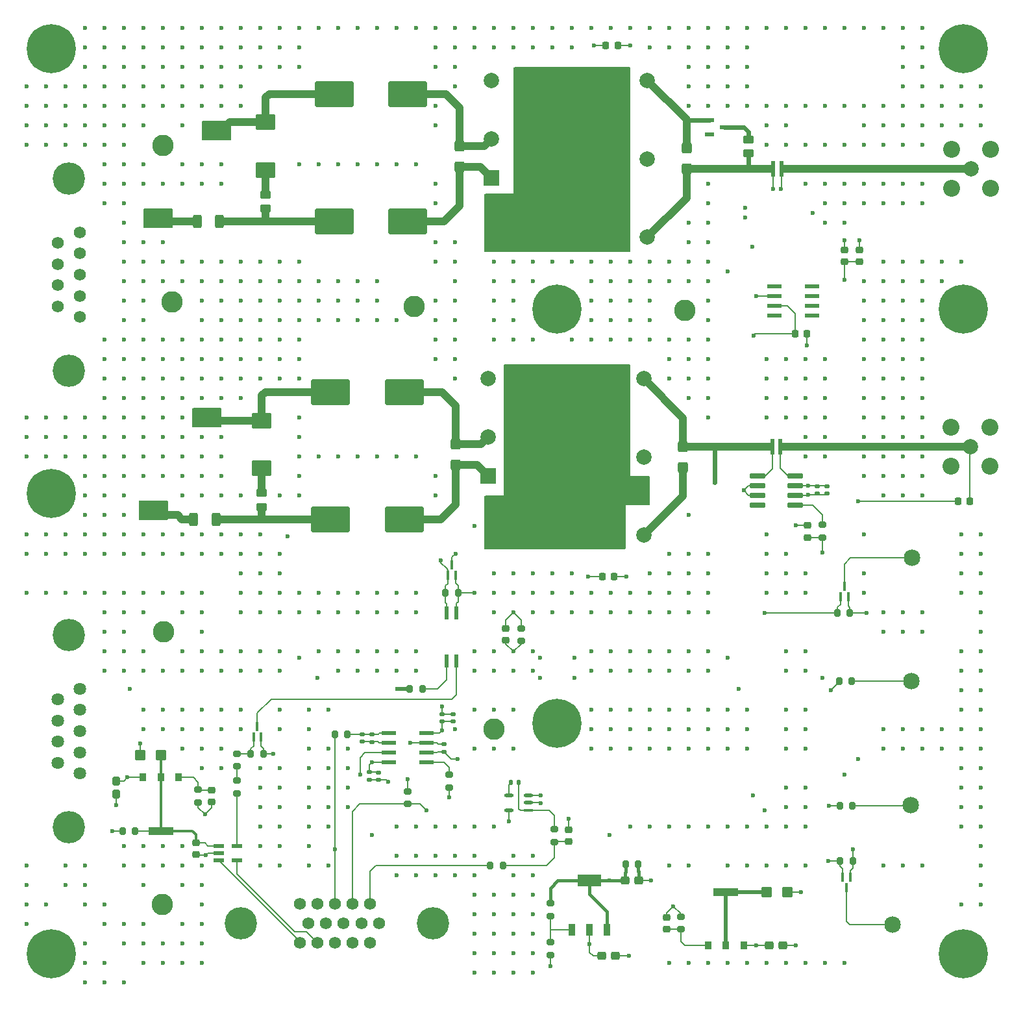
<source format=gbr>
%TF.GenerationSoftware,KiCad,Pcbnew,8.0.6*%
%TF.CreationDate,2025-05-16T10:58:21-04:00*%
%TF.ProjectId,3 - Charge_Pre-Amplifier,33202d20-4368-4617-9267-655f5072652d,rev?*%
%TF.SameCoordinates,Original*%
%TF.FileFunction,Copper,L1,Top*%
%TF.FilePolarity,Positive*%
%FSLAX46Y46*%
G04 Gerber Fmt 4.6, Leading zero omitted, Abs format (unit mm)*
G04 Created by KiCad (PCBNEW 8.0.6) date 2025-05-16 10:58:21*
%MOMM*%
%LPD*%
G01*
G04 APERTURE LIST*
G04 Aperture macros list*
%AMRoundRect*
0 Rectangle with rounded corners*
0 $1 Rounding radius*
0 $2 $3 $4 $5 $6 $7 $8 $9 X,Y pos of 4 corners*
0 Add a 4 corners polygon primitive as box body*
4,1,4,$2,$3,$4,$5,$6,$7,$8,$9,$2,$3,0*
0 Add four circle primitives for the rounded corners*
1,1,$1+$1,$2,$3*
1,1,$1+$1,$4,$5*
1,1,$1+$1,$6,$7*
1,1,$1+$1,$8,$9*
0 Add four rect primitives between the rounded corners*
20,1,$1+$1,$2,$3,$4,$5,0*
20,1,$1+$1,$4,$5,$6,$7,0*
20,1,$1+$1,$6,$7,$8,$9,0*
20,1,$1+$1,$8,$9,$2,$3,0*%
G04 Aperture macros list end*
%TA.AperFunction,SMDPad,CuDef*%
%ADD10R,1.219200X0.457200*%
%TD*%
%TA.AperFunction,SMDPad,CuDef*%
%ADD11O,1.219200X0.457200*%
%TD*%
%TA.AperFunction,SMDPad,CuDef*%
%ADD12R,1.981200X0.558800*%
%TD*%
%TA.AperFunction,SMDPad,CuDef*%
%ADD13R,0.889000X1.016000*%
%TD*%
%TA.AperFunction,SMDPad,CuDef*%
%ADD14R,3.200000X1.000000*%
%TD*%
%TA.AperFunction,ComponentPad*%
%ADD15C,2.159000*%
%TD*%
%TA.AperFunction,SMDPad,CuDef*%
%ADD16R,0.350800X1.161200*%
%TD*%
%TA.AperFunction,SMDPad,CuDef*%
%ADD17RoundRect,0.073750X-0.556250X-0.221250X0.556250X-0.221250X0.556250X0.221250X-0.556250X0.221250X0*%
%TD*%
%TA.AperFunction,SMDPad,CuDef*%
%ADD18RoundRect,0.200000X0.200000X0.275000X-0.200000X0.275000X-0.200000X-0.275000X0.200000X-0.275000X0*%
%TD*%
%TA.AperFunction,SMDPad,CuDef*%
%ADD19RoundRect,0.250000X0.425000X-0.450000X0.425000X0.450000X-0.425000X0.450000X-0.425000X-0.450000X0*%
%TD*%
%TA.AperFunction,SMDPad,CuDef*%
%ADD20RoundRect,0.225000X-0.250000X0.225000X-0.250000X-0.225000X0.250000X-0.225000X0.250000X0.225000X0*%
%TD*%
%TA.AperFunction,SMDPad,CuDef*%
%ADD21RoundRect,0.200000X-0.275000X0.200000X-0.275000X-0.200000X0.275000X-0.200000X0.275000X0.200000X0*%
%TD*%
%TA.AperFunction,SMDPad,CuDef*%
%ADD22RoundRect,0.250000X0.312500X0.275000X-0.312500X0.275000X-0.312500X-0.275000X0.312500X-0.275000X0*%
%TD*%
%TA.AperFunction,SMDPad,CuDef*%
%ADD23RoundRect,0.200000X-0.200000X-0.275000X0.200000X-0.275000X0.200000X0.275000X-0.200000X0.275000X0*%
%TD*%
%TA.AperFunction,SMDPad,CuDef*%
%ADD24RoundRect,0.250000X1.025000X-0.787500X1.025000X0.787500X-1.025000X0.787500X-1.025000X-0.787500X0*%
%TD*%
%TA.AperFunction,SMDPad,CuDef*%
%ADD25RoundRect,0.250000X-0.312500X-0.275000X0.312500X-0.275000X0.312500X0.275000X-0.312500X0.275000X0*%
%TD*%
%TA.AperFunction,SMDPad,CuDef*%
%ADD26RoundRect,0.250000X0.450000X0.425000X-0.450000X0.425000X-0.450000X-0.425000X0.450000X-0.425000X0*%
%TD*%
%TA.AperFunction,ComponentPad*%
%ADD27R,2.000000X2.000000*%
%TD*%
%TA.AperFunction,ComponentPad*%
%ADD28C,2.000000*%
%TD*%
%TA.AperFunction,ComponentPad*%
%ADD29C,2.800000*%
%TD*%
%TA.AperFunction,ComponentPad*%
%ADD30C,1.560000*%
%TD*%
%TA.AperFunction,ComponentPad*%
%ADD31C,4.216000*%
%TD*%
%TA.AperFunction,SMDPad,CuDef*%
%ADD32R,1.473200X0.558800*%
%TD*%
%TA.AperFunction,SMDPad,CuDef*%
%ADD33RoundRect,0.075000X-0.910000X-0.225000X0.910000X-0.225000X0.910000X0.225000X-0.910000X0.225000X0*%
%TD*%
%TA.AperFunction,ComponentPad*%
%ADD34C,2.006600*%
%TD*%
%TA.AperFunction,ComponentPad*%
%ADD35C,2.209800*%
%TD*%
%TA.AperFunction,SMDPad,CuDef*%
%ADD36RoundRect,0.250000X-0.312500X-0.625000X0.312500X-0.625000X0.312500X0.625000X-0.312500X0.625000X0*%
%TD*%
%TA.AperFunction,ComponentPad*%
%ADD37C,6.400000*%
%TD*%
%TA.AperFunction,SMDPad,CuDef*%
%ADD38RoundRect,0.140000X0.170000X-0.140000X0.170000X0.140000X-0.170000X0.140000X-0.170000X-0.140000X0*%
%TD*%
%TA.AperFunction,SMDPad,CuDef*%
%ADD39RoundRect,0.225000X0.250000X-0.225000X0.250000X0.225000X-0.250000X0.225000X-0.250000X-0.225000X0*%
%TD*%
%TA.AperFunction,SMDPad,CuDef*%
%ADD40RoundRect,0.225000X-0.225000X-0.250000X0.225000X-0.250000X0.225000X0.250000X-0.225000X0.250000X0*%
%TD*%
%TA.AperFunction,ComponentPad*%
%ADD41C,1.575000*%
%TD*%
%TA.AperFunction,SMDPad,CuDef*%
%ADD42R,0.558800X1.651000*%
%TD*%
%TA.AperFunction,SMDPad,CuDef*%
%ADD43RoundRect,0.135000X0.135000X0.185000X-0.135000X0.185000X-0.135000X-0.185000X0.135000X-0.185000X0*%
%TD*%
%TA.AperFunction,SMDPad,CuDef*%
%ADD44RoundRect,0.170000X2.330000X-1.530000X2.330000X1.530000X-2.330000X1.530000X-2.330000X-1.530000X0*%
%TD*%
%TA.AperFunction,SMDPad,CuDef*%
%ADD45RoundRect,0.140000X-0.170000X0.140000X-0.170000X-0.140000X0.170000X-0.140000X0.170000X0.140000X0*%
%TD*%
%TA.AperFunction,SMDPad,CuDef*%
%ADD46R,0.838200X1.600200*%
%TD*%
%TA.AperFunction,SMDPad,CuDef*%
%ADD47R,3.048000X1.600200*%
%TD*%
%TA.AperFunction,SMDPad,CuDef*%
%ADD48RoundRect,0.250000X-0.450000X-0.425000X0.450000X-0.425000X0.450000X0.425000X-0.450000X0.425000X0*%
%TD*%
%TA.AperFunction,SMDPad,CuDef*%
%ADD49RoundRect,0.200000X0.275000X-0.200000X0.275000X0.200000X-0.275000X0.200000X-0.275000X-0.200000X0*%
%TD*%
%TA.AperFunction,ComponentPad*%
%ADD50C,1.635000*%
%TD*%
%TA.AperFunction,SMDPad,CuDef*%
%ADD51RoundRect,0.135000X0.185000X-0.135000X0.185000X0.135000X-0.185000X0.135000X-0.185000X-0.135000X0*%
%TD*%
%TA.AperFunction,SMDPad,CuDef*%
%ADD52RoundRect,0.250000X0.450000X-0.262500X0.450000X0.262500X-0.450000X0.262500X-0.450000X-0.262500X0*%
%TD*%
%TA.AperFunction,SMDPad,CuDef*%
%ADD53R,0.584200X2.159000*%
%TD*%
%TA.AperFunction,SMDPad,CuDef*%
%ADD54RoundRect,0.250000X-0.275000X0.312500X-0.275000X-0.312500X0.275000X-0.312500X0.275000X0.312500X0*%
%TD*%
%TA.AperFunction,ViaPad*%
%ADD55C,0.600000*%
%TD*%
%TA.AperFunction,ViaPad*%
%ADD56C,1.500000*%
%TD*%
%TA.AperFunction,Conductor*%
%ADD57C,1.000000*%
%TD*%
%TA.AperFunction,Conductor*%
%ADD58C,0.200000*%
%TD*%
%TA.AperFunction,Conductor*%
%ADD59C,0.600000*%
%TD*%
%TA.AperFunction,Conductor*%
%ADD60C,0.500000*%
%TD*%
%TA.AperFunction,Conductor*%
%ADD61C,0.300000*%
%TD*%
%TA.AperFunction,Conductor*%
%ADD62C,0.400000*%
%TD*%
G04 APERTURE END LIST*
D10*
%TO.P,U10,1,OUT*%
%TO.N,Net-(U10-OUT)*%
X276300000Y-155300001D03*
D11*
%TO.P,U10,2,V-*%
%TO.N,/PM_5V_TELEM_RTN*%
X276300000Y-154350000D03*
%TO.P,U10,3,+IN*%
%TO.N,/Telemetry_CKT/V_TEMP*%
X276300000Y-153399999D03*
%TO.P,U10,4,-IN*%
%TO.N,Net-(U10--IN)*%
X273680000Y-153399999D03*
%TO.P,U10,5,V+*%
%TO.N,/Telemetry_CKT/V3p3*%
X273680000Y-155300001D03*
%TD*%
D12*
%TO.P,U8,1,NC*%
%TO.N,unconnected-(U8-NC-Pad1)*%
X308332400Y-86990000D03*
%TO.P,U8,2,V+*%
%TO.N,/P5_TELEM*%
X308332400Y-88260000D03*
%TO.P,U8,3,V-*%
%TO.N,/Telemetry_CKT/V_TEMP*%
X308332400Y-89530000D03*
%TO.P,U8,4,NC*%
%TO.N,unconnected-(U8-NC-Pad4)*%
X308332400Y-90800000D03*
%TO.P,U8,5,NC*%
%TO.N,unconnected-(U8-NC-Pad5)*%
X313260000Y-90800000D03*
%TO.P,U8,6,NC*%
%TO.N,unconnected-(U8-NC-Pad6)*%
X313260000Y-89530000D03*
%TO.P,U8,7,NC*%
%TO.N,unconnected-(U8-NC-Pad7)*%
X313260000Y-88260000D03*
%TO.P,U8,8,NC*%
%TO.N,unconnected-(U8-NC-Pad8)*%
X313260000Y-86990000D03*
%TD*%
D13*
%TO.P,U7,1,SET*%
%TO.N,Net-(U7-SET)*%
X299724700Y-172950000D03*
%TO.P,U7,2,OUT*%
%TO.N,/Telemetry_CKT/V3p3*%
X302036100Y-172950000D03*
%TO.P,U7,3,IN*%
%TO.N,/P5_TELEM*%
X304347500Y-172950000D03*
D14*
%TO.P,U7,4,TAB*%
%TO.N,/Telemetry_CKT/V3p3*%
X302036100Y-165957500D03*
%TD*%
D13*
%TO.P,U2,1,SET*%
%TO.N,Net-(U2-SET)*%
X230609900Y-151017500D03*
%TO.P,U2,2,OUT*%
%TO.N,/Enable_CKT/V3p3*%
X228298500Y-151017500D03*
%TO.P,U2,3,IN*%
%TO.N,/P5_TELEM*%
X225987100Y-151017500D03*
D14*
%TO.P,U2,4,TAB*%
%TO.N,/Enable_CKT/V3p3*%
X228298500Y-158010000D03*
%TD*%
D15*
%TO.P,P4,1,1*%
%TO.N,Net-(M3-Pad3)*%
X323780000Y-170190201D03*
%TD*%
%TO.P,P3,1,1*%
%TO.N,Net-(P3-Pad1)*%
X326120000Y-154650000D03*
%TD*%
%TO.P,P2,1,1*%
%TO.N,Net-(P2-Pad1)*%
X326220000Y-138470201D03*
%TD*%
%TO.P,P1,1,1*%
%TO.N,Net-(M4-Pad3)*%
X326300000Y-122390000D03*
%TD*%
D16*
%TO.P,M4,1,1*%
%TO.N,/M5V_V_MON*%
X316960000Y-127450000D03*
%TO.P,M4,2,2*%
%TO.N,/PM_5V_TELEM_RTN*%
X317959998Y-127450000D03*
%TO.P,M4,3,3*%
%TO.N,Net-(M4-Pad3)*%
X317459999Y-126100000D03*
%TD*%
%TO.P,M3,1,1*%
%TO.N,/P5V_V_MON*%
X318260000Y-164040000D03*
%TO.P,M3,2,2*%
%TO.N,/PM_5V_TELEM_RTN*%
X317260002Y-164040000D03*
%TO.P,M3,3,3*%
%TO.N,Net-(M3-Pad3)*%
X317760001Y-165390000D03*
%TD*%
%TO.P,M2,1,1*%
%TO.N,Net-(M2-Pad1)*%
X265760002Y-124690000D03*
%TO.P,M2,2,2*%
%TO.N,/V_SEC_RTN*%
X266760000Y-124690000D03*
%TO.P,M2,3,3*%
%TO.N,/Enable_CKT/Enable*%
X266260001Y-123340000D03*
%TD*%
%TO.P,M1,1,1*%
%TO.N,Net-(M1-Pad1)*%
X240404999Y-145745000D03*
%TO.P,M1,2,2*%
%TO.N,/PM_5V_TELEM_RTN*%
X241404997Y-145745000D03*
%TO.P,M1,3,3*%
%TO.N,Net-(M1-Pad3)*%
X240904998Y-144395000D03*
%TD*%
D17*
%TO.P,D2,1,1*%
%TO.N,/PM_5V_RTN*%
X299850000Y-65300000D03*
%TO.P,D2,2,2*%
%TO.N,unconnected-(D2-Pad2)*%
X299850000Y-67200000D03*
%TO.P,D2,3,3*%
%TO.N,Net-(D2-Pad3)*%
X301810000Y-66250000D03*
%TD*%
D18*
%TO.P,R17,1*%
%TO.N,Net-(C43-Pad2)*%
X272940000Y-162520000D03*
%TO.P,R17,2*%
%TO.N,/TEMP_MON*%
X271290000Y-162520000D03*
%TD*%
%TO.P,R39,1*%
%TO.N,Net-(P3-Pad1)*%
X318515000Y-154700000D03*
%TO.P,R39,2*%
%TO.N,/P5_TELEM*%
X316865000Y-154700000D03*
%TD*%
D19*
%TO.P,C17,1*%
%TO.N,/Main_Converter/V_POS*%
X266805000Y-110300000D03*
%TO.P,C17,2*%
%TO.N,/Main_Converter/V_RTN*%
X266805000Y-107600000D03*
%TD*%
D20*
%TO.P,C15,1*%
%TO.N,/Enable_CKT/V3p3*%
X232890000Y-159565000D03*
%TO.P,C15,2*%
%TO.N,/PM_5V_TELEM_RTN*%
X232890000Y-161115000D03*
%TD*%
D21*
%TO.P,R34,1*%
%TO.N,Net-(U10-OUT)*%
X279670000Y-157790000D03*
%TO.P,R34,2*%
%TO.N,Net-(C43-Pad2)*%
X279670000Y-159440000D03*
%TD*%
%TO.P,R42,1*%
%TO.N,/V_SEC_RTN*%
X275300000Y-131585000D03*
%TO.P,R42,2*%
%TO.N,/PM_5V_TELEM_RTN*%
X275300000Y-133235000D03*
%TD*%
D20*
%TO.P,C31,1*%
%TO.N,/PM_5V_TELEM_RTN*%
X312665000Y-118190000D03*
%TO.P,C31,2*%
%TO.N,Net-(C31-Pad2)*%
X312665000Y-119740000D03*
%TD*%
D22*
%TO.P,C42,1*%
%TO.N,/PM_5V_TELEM_RTN*%
X290625000Y-164469800D03*
%TO.P,C42,2*%
%TO.N,/Telemetry_CKT/nV3p3*%
X288850000Y-164469800D03*
%TD*%
D23*
%TO.P,R13,1*%
%TO.N,Net-(M2-Pad1)*%
X265450000Y-126940000D03*
%TO.P,R13,2*%
%TO.N,/V_SEC_RTN*%
X267100000Y-126940000D03*
%TD*%
D24*
%TO.P,C3,1*%
%TO.N,Net-(C3-Pad1)*%
X241965000Y-71837500D03*
%TO.P,C3,2*%
%TO.N,/V_SEC_RTN*%
X241965000Y-65612500D03*
%TD*%
D21*
%TO.P,R16,1*%
%TO.N,/PM_5V_TELEM_RTN*%
X296160000Y-169180000D03*
%TO.P,R16,2*%
%TO.N,Net-(U7-SET)*%
X296160000Y-170830000D03*
%TD*%
D19*
%TO.P,C4,1*%
%TO.N,/Main_Converter1/V_POS*%
X267275000Y-71415000D03*
%TO.P,C4,2*%
%TO.N,/Main_Converter1/V_RTN*%
X267275000Y-68715000D03*
%TD*%
D25*
%TO.P,C25,1*%
%TO.N,/P5_TELEM*%
X307690000Y-172920000D03*
%TO.P,C25,2*%
%TO.N,/PM_5V_TELEM_RTN*%
X309465000Y-172920000D03*
%TD*%
D26*
%TO.P,C14,1*%
%TO.N,/Enable_CKT/V3p3*%
X228307500Y-148110000D03*
%TO.P,C14,2*%
%TO.N,/PM_5V_TELEM_RTN*%
X225607500Y-148110000D03*
%TD*%
D27*
%TO.P,U4,1,+VIN*%
%TO.N,/Main_Converter/V_POS*%
X271000000Y-111750000D03*
D28*
%TO.P,U4,2,-VIN*%
%TO.N,/Main_Converter/V_RTN*%
X271000000Y-106650000D03*
%TO.P,U4,3,+VOUT*%
%TO.N,/PM_5V_RTN*%
X291300000Y-119450000D03*
%TO.P,U4,4,TRIM*%
%TO.N,unconnected-(U4-TRIM-Pad4)*%
X291300000Y-109250000D03*
%TO.P,U4,5,-VOUT*%
%TO.N,/M5V*%
X291300000Y-99050000D03*
%TO.P,U4,6,REMOTE*%
%TO.N,/Enable_CKT/Enable*%
X271000000Y-99050000D03*
%TD*%
D29*
%TO.P,Telem_RTN1,1,1*%
%TO.N,/PM_5V_TELEM_RTN*%
X271750000Y-144770000D03*
%TD*%
D30*
%TO.P,J1,1*%
%TO.N,/V_SEC_RTN*%
X217755000Y-79935000D03*
%TO.P,J1,2*%
X217755000Y-82705000D03*
%TO.P,J1,3*%
%TO.N,unconnected-(J1-Pad3)*%
X217755000Y-85475000D03*
%TO.P,J1,4*%
%TO.N,/V_SEC_RTN*%
X217755000Y-88245000D03*
%TO.P,J1,5*%
X217755000Y-91015000D03*
%TO.P,J1,6*%
%TO.N,/V_SEC_IN*%
X214915000Y-81320000D03*
%TO.P,J1,7*%
X214915000Y-84090000D03*
%TO.P,J1,8*%
X214915000Y-86860000D03*
%TO.P,J1,9*%
X214915000Y-89630000D03*
D31*
%TO.P,J1,S1*%
%TO.N,GNDPWR*%
X216335000Y-72975000D03*
%TO.P,J1,S2*%
X216335000Y-97975000D03*
%TD*%
D18*
%TO.P,R32,1*%
%TO.N,/PM_5V_TELEM_RTN*%
X290585000Y-162360000D03*
%TO.P,R32,2*%
%TO.N,/Telemetry_CKT/nV3p3*%
X288935000Y-162360000D03*
%TD*%
D29*
%TO.P,-5V1,1,1*%
%TO.N,/M5_TELEM*%
X228660000Y-132080000D03*
%TD*%
D32*
%TO.P,U3,1,VCC*%
%TO.N,/Enable_CKT/V3p3*%
X235836200Y-159939999D03*
%TO.P,U3,2,GND*%
%TO.N,/PM_5V_TELEM_RTN*%
X235836200Y-160890000D03*
%TO.P,U3,3,A*%
%TO.N,/Enable-*%
X235836200Y-161840001D03*
%TO.P,U3,4,B*%
%TO.N,/Enable+*%
X238223800Y-161840001D03*
%TO.P,U3,5,R*%
%TO.N,Net-(U3-R)*%
X238223800Y-159939999D03*
%TD*%
D33*
%TO.P,U5,1,-IN*%
%TO.N,/M5V*%
X306115000Y-111680000D03*
%TO.P,U5,2,GND*%
%TO.N,/PM_5V_TELEM_RTN*%
X306115000Y-112950000D03*
%TO.P,U5,3,REF2*%
X306115000Y-114220000D03*
%TO.P,U5,4*%
%TO.N,N/C*%
X306115000Y-115490000D03*
%TO.P,U5,5,OUT*%
%TO.N,Net-(U5-OUT)*%
X311055000Y-115490000D03*
%TO.P,U5,6,V+*%
%TO.N,/Telemetry_CKT/V3p3*%
X311055000Y-114220000D03*
%TO.P,U5,7,REF1*%
%TO.N,/PM_5V_TELEM_RTN*%
X311055000Y-112950000D03*
%TO.P,U5,8,+IN*%
%TO.N,/M5V_OUT*%
X311055000Y-111680000D03*
%TD*%
D21*
%TO.P,R14,1*%
%TO.N,/Enable_CKT/Enable_SIG*%
X238250000Y-151435000D03*
%TO.P,R14,2*%
%TO.N,Net-(U3-R)*%
X238250000Y-153085000D03*
%TD*%
D34*
%TO.P,J4,1,SIGNAL*%
%TO.N,/M5V_OUT*%
X333883000Y-107895000D03*
D35*
%TO.P,J4,2,GND*%
%TO.N,/PM_5V_RTN*%
X336423000Y-105355000D03*
%TO.P,J4,3,GND*%
X331343000Y-105355000D03*
%TO.P,J4,4,GND*%
X331343000Y-110435000D03*
%TO.P,J4,5,GND*%
X336423000Y-110435000D03*
%TD*%
D20*
%TO.P,C43,1*%
%TO.N,/PM_5V_TELEM_RTN*%
X281510000Y-157835000D03*
%TO.P,C43,2*%
%TO.N,Net-(C43-Pad2)*%
X281510000Y-159385000D03*
%TD*%
D36*
%TO.P,F1,1*%
%TO.N,/V_SEC_IN*%
X233072500Y-78505000D03*
%TO.P,F1,2*%
%TO.N,Net-(F1-Pad2)*%
X235997500Y-78505000D03*
%TD*%
D37*
%TO.P,H3,1,1*%
%TO.N,GNDPWR*%
X333000000Y-90000000D03*
%TD*%
D38*
%TO.P,C26,1*%
%TO.N,/Telemetry_CKT/V3p3*%
X313905000Y-114015000D03*
%TO.P,C26,2*%
%TO.N,/PM_5V_TELEM_RTN*%
X313905000Y-113055000D03*
%TD*%
D20*
%TO.P,R23,1*%
%TO.N,/PM_5V_RTN*%
X319440000Y-82250000D03*
%TO.P,R23,2*%
%TO.N,Net-(U11A-+INA)*%
X319440000Y-83800000D03*
%TD*%
D29*
%TO.P,+5V1,1,1*%
%TO.N,/P5_TELEM*%
X228540000Y-167640000D03*
%TD*%
D22*
%TO.P,C34,1*%
%TO.N,/PM_5V_TELEM_RTN*%
X287585000Y-174319800D03*
%TO.P,C34,2*%
%TO.N,/M5_TELEM*%
X285810000Y-174319800D03*
%TD*%
D39*
%TO.P,C44,1*%
%TO.N,/PM_5V_TELEM_RTN*%
X273310000Y-133145000D03*
%TO.P,C44,2*%
%TO.N,/V_SEC_RTN*%
X273310000Y-131595000D03*
%TD*%
D18*
%TO.P,R37,1*%
%TO.N,/PM_5V_TELEM_RTN*%
X318210000Y-129580000D03*
%TO.P,R37,2*%
%TO.N,/M5V_V_MON*%
X316560000Y-129580000D03*
%TD*%
D37*
%TO.P,H1,1,1*%
%TO.N,GNDPWR*%
X214000000Y-56000000D03*
%TD*%
%TO.P,H2,1,1*%
%TO.N,GNDPWR*%
X333000000Y-56000000D03*
%TD*%
D21*
%TO.P,R20,1*%
%TO.N,Net-(U5-OUT)*%
X314580000Y-118100000D03*
%TO.P,R20,2*%
%TO.N,Net-(C31-Pad2)*%
X314580000Y-119750000D03*
%TD*%
D40*
%TO.P,R24,1*%
%TO.N,Net-(U11B--INB)*%
X332315000Y-115010000D03*
%TO.P,R24,2*%
%TO.N,/M5V_OUT*%
X333865000Y-115010000D03*
%TD*%
D23*
%TO.P,R33,1*%
%TO.N,/P5V_V_MON*%
X250995000Y-145380000D03*
%TO.P,R33,2*%
%TO.N,Net-(U11A-A_OUT)*%
X252645000Y-145380000D03*
%TD*%
D41*
%TO.P,J3,1*%
%TO.N,/TEMP_MON*%
X255606000Y-167510000D03*
%TO.P,J3,2*%
%TO.N,/M5V_V_MON*%
X253316000Y-167510000D03*
%TO.P,J3,3*%
%TO.N,/P5V_V_MON*%
X251026000Y-167510000D03*
%TO.P,J3,4*%
%TO.N,/M5V_I_MON*%
X248736000Y-167510000D03*
%TO.P,J3,5*%
%TO.N,/P5V_I_MON*%
X246446000Y-167510000D03*
%TO.P,J3,6*%
%TO.N,/PM_5V_TELEM_RTN*%
X256751000Y-170050000D03*
%TO.P,J3,7*%
X254461000Y-170050000D03*
%TO.P,J3,8*%
X252171000Y-170050000D03*
%TO.P,J3,9*%
X249881000Y-170050000D03*
%TO.P,J3,10*%
X247591000Y-170050000D03*
%TO.P,J3,11*%
%TO.N,unconnected-(J3-Pad11)*%
X255606000Y-172590000D03*
%TO.P,J3,12*%
%TO.N,unconnected-(J3-Pad12)*%
X253316000Y-172590000D03*
%TO.P,J3,13*%
%TO.N,unconnected-(J3-Pad13)*%
X251026000Y-172590000D03*
%TO.P,J3,14*%
%TO.N,/Enable+*%
X248736000Y-172590000D03*
%TO.P,J3,15*%
%TO.N,/Enable-*%
X246446000Y-172590000D03*
D31*
%TO.P,J3,S1*%
%TO.N,GNDPWR*%
X238785000Y-170050000D03*
%TO.P,J3,S2*%
X263775000Y-170050000D03*
%TD*%
D34*
%TO.P,J5,1,SIGNAL*%
%TO.N,/P5V_OUT*%
X334010000Y-71705000D03*
D35*
%TO.P,J5,2,GND*%
%TO.N,/PM_5V_RTN*%
X336550000Y-69165000D03*
%TO.P,J5,3,GND*%
X331470000Y-69165000D03*
%TO.P,J5,4,GND*%
X331470000Y-74245000D03*
%TO.P,J5,5,GND*%
X336550000Y-74245000D03*
%TD*%
D38*
%TO.P,C41,1*%
%TO.N,/Telemetry_CKT/V3p3*%
X266400000Y-143720000D03*
%TO.P,C41,2*%
%TO.N,/PM_5V_TELEM_RTN*%
X266400000Y-142760000D03*
%TD*%
D29*
%TO.P,V_{EN}1,1,1*%
%TO.N,/Enable_CKT/Enable*%
X261320000Y-89620000D03*
%TD*%
D40*
%TO.P,C1,1*%
%TO.N,GNDPWR*%
X286375000Y-55630000D03*
%TO.P,C1,2*%
%TO.N,/PM_5V_RTN*%
X287925000Y-55630000D03*
%TD*%
D12*
%TO.P,U11,1,A_OUT*%
%TO.N,Net-(U11A-A_OUT)*%
X258026200Y-145245000D03*
%TO.P,U11,2,-INA*%
%TO.N,Net-(U11A--INA)*%
X258026200Y-146515000D03*
%TO.P,U11,3,+INA*%
%TO.N,Net-(U11A-+INA)*%
X258026200Y-147785000D03*
%TO.P,U11,4,VSS*%
%TO.N,/Telemetry_CKT/nV3p3*%
X258026200Y-149055000D03*
%TO.P,U11,5,+INB*%
%TO.N,Net-(U11B-+INB)*%
X262953800Y-149055000D03*
%TO.P,U11,6,-INB*%
%TO.N,Net-(U11B--INB)*%
X262953800Y-147785000D03*
%TO.P,U11,7,B_OUT*%
%TO.N,Net-(U11B-B_OUT)*%
X262953800Y-146515000D03*
%TO.P,U11,8,VCC*%
%TO.N,/Telemetry_CKT/V3p3*%
X262953800Y-145245000D03*
%TD*%
D42*
%TO.P,Q1,1,1*%
%TO.N,Net-(Q1-Pad1)*%
X265605000Y-135814200D03*
%TO.P,Q1,2,2*%
%TO.N,Net-(M1-Pad3)*%
X266875000Y-135814200D03*
%TO.P,Q1,3,3*%
%TO.N,/V_SEC_RTN*%
X266875000Y-129565800D03*
%TO.P,Q1,4,4*%
%TO.N,Net-(M2-Pad1)*%
X265605000Y-129565800D03*
%TD*%
D43*
%TO.P,R25,1*%
%TO.N,Net-(U10-OUT)*%
X275030000Y-151720000D03*
%TO.P,R25,2*%
%TO.N,Net-(U10--IN)*%
X274010000Y-151720000D03*
%TD*%
D40*
%TO.P,R21,1*%
%TO.N,/Telemetry_CKT/V_TEMP*%
X311031200Y-93215000D03*
%TO.P,R21,2*%
%TO.N,/PM_5V_TELEM_RTN*%
X312581200Y-93215000D03*
%TD*%
D37*
%TO.P,H8,1,1*%
%TO.N,GNDPWR*%
X280000000Y-90000000D03*
%TD*%
D18*
%TO.P,R11,1*%
%TO.N,/Enable_CKT/V3p3*%
X224985000Y-158020000D03*
%TO.P,R11,2*%
%TO.N,/PM_5V_TELEM_RTN*%
X223335000Y-158020000D03*
%TD*%
D44*
%TO.P,L1,1,1*%
%TO.N,Net-(F1-Pad2)*%
X250935000Y-78506000D03*
%TO.P,L1,2,2*%
%TO.N,/Main_Converter1/V_POS*%
X260535000Y-78506000D03*
%TD*%
D23*
%TO.P,R7,1*%
%TO.N,Net-(M1-Pad1)*%
X240039998Y-147930000D03*
%TO.P,R7,2*%
%TO.N,/PM_5V_TELEM_RTN*%
X241689998Y-147930000D03*
%TD*%
D36*
%TO.P,F2,1*%
%TO.N,/V_SEC_IN*%
X232602500Y-117390000D03*
%TO.P,F2,2*%
%TO.N,Net-(F2-Pad2)*%
X235527500Y-117390000D03*
%TD*%
D45*
%TO.P,C38,1*%
%TO.N,/Telemetry_CKT/nV3p3*%
X255520000Y-150370000D03*
%TO.P,C38,2*%
%TO.N,/PM_5V_TELEM_RTN*%
X255520000Y-151330000D03*
%TD*%
D46*
%TO.P,U9,1,ADJ*%
%TO.N,Net-(U9-ADJ)*%
X281920000Y-170880200D03*
%TO.P,U9,2,IN*%
%TO.N,/M5_TELEM*%
X284220000Y-170880200D03*
%TO.P,U9,3,OUT*%
%TO.N,/Telemetry_CKT/nV3p3*%
X286520000Y-170880200D03*
D47*
%TO.P,U9,4,TAB*%
X284220000Y-164479400D03*
%TD*%
D48*
%TO.P,C33,1*%
%TO.N,/Telemetry_CKT/V3p3*%
X307347500Y-165960000D03*
%TO.P,C33,2*%
%TO.N,/PM_5V_TELEM_RTN*%
X310047500Y-165960000D03*
%TD*%
D19*
%TO.P,C11,1*%
%TO.N,/P5V*%
X296885000Y-71702500D03*
%TO.P,C11,2*%
%TO.N,/PM_5V_RTN*%
X296885000Y-69002500D03*
%TD*%
D24*
%TO.P,C16,1*%
%TO.N,Net-(C16-Pad1)*%
X241495000Y-110722500D03*
%TO.P,C16,2*%
%TO.N,/V_SEC_RTN*%
X241495000Y-104497500D03*
%TD*%
D49*
%TO.P,R6,1*%
%TO.N,/Enable_CKT/Enable_SIG*%
X238254998Y-149585000D03*
%TO.P,R6,2*%
%TO.N,Net-(M1-Pad1)*%
X238254998Y-147935000D03*
%TD*%
D44*
%TO.P,L2,1,1*%
%TO.N,/V_SEC_RTN*%
X250935000Y-61896000D03*
%TO.P,L2,2,2*%
%TO.N,/Main_Converter1/V_RTN*%
X260535000Y-61896000D03*
%TD*%
%TO.P,L3,1,1*%
%TO.N,Net-(F2-Pad2)*%
X250465000Y-117391000D03*
%TO.P,L3,2,2*%
%TO.N,/Main_Converter/V_POS*%
X260065000Y-117391000D03*
%TD*%
D50*
%TO.P,J2,1*%
%TO.N,/PM_5V_TELEM_RTN*%
X217720000Y-150540000D03*
%TO.P,J2,2*%
X217720000Y-147770000D03*
%TO.P,J2,3*%
%TO.N,unconnected-(J2-Pad3)*%
X217720000Y-145000000D03*
%TO.P,J2,4*%
%TO.N,/PM_5V_TELEM_RTN*%
X217720000Y-142230000D03*
%TO.P,J2,5*%
X217720000Y-139460000D03*
%TO.P,J2,6*%
%TO.N,/P5_TELEM*%
X214880000Y-149155000D03*
%TO.P,J2,7*%
X214880000Y-146385000D03*
%TO.P,J2,8*%
%TO.N,/M5_TELEM*%
X214880000Y-143615000D03*
%TO.P,J2,9*%
X214880000Y-140845000D03*
D31*
%TO.P,J2,S1*%
%TO.N,GNDPWR*%
X216300000Y-132500000D03*
%TO.P,J2,S2*%
X216300000Y-157500000D03*
%TD*%
D23*
%TO.P,R36,1*%
%TO.N,/PM_5V_TELEM_RTN*%
X316915000Y-161940000D03*
%TO.P,R36,2*%
%TO.N,/P5V_V_MON*%
X318565000Y-161940000D03*
%TD*%
D51*
%TO.P,R29,1*%
%TO.N,Net-(U11B--INB)*%
X265240000Y-147690000D03*
%TO.P,R29,2*%
%TO.N,Net-(U11B-B_OUT)*%
X265240000Y-146670000D03*
%TD*%
D49*
%TO.P,R9,1*%
%TO.N,/PM_5V_TELEM_RTN*%
X233200000Y-154285000D03*
%TO.P,R9,2*%
%TO.N,Net-(U2-SET)*%
X233200000Y-152635000D03*
%TD*%
D29*
%TO.P,+12V1,1,1*%
%TO.N,/V_SEC_IN*%
X228570000Y-68590000D03*
%TD*%
D52*
%TO.P,R41,1*%
%TO.N,Net-(F2-Pad2)*%
X241475000Y-115752500D03*
%TO.P,R41,2*%
%TO.N,Net-(C16-Pad1)*%
X241475000Y-113927500D03*
%TD*%
D37*
%TO.P,H5,1,1*%
%TO.N,GNDPWR*%
X280000000Y-144000000D03*
%TD*%
D53*
%TO.P,R2,1*%
%TO.N,/M5V*%
X308061600Y-107885000D03*
%TO.P,R2,2*%
%TO.N,/M5V_OUT*%
X309128400Y-107885000D03*
%TD*%
D49*
%TO.P,R31,1*%
%TO.N,/M5V_V_MON*%
X260520000Y-154485000D03*
%TO.P,R31,2*%
%TO.N,Net-(U11B-B_OUT)*%
X260520000Y-152835000D03*
%TD*%
%TO.P,R28,1*%
%TO.N,/PM_5V_TELEM_RTN*%
X279120000Y-174204800D03*
%TO.P,R28,2*%
%TO.N,Net-(U9-ADJ)*%
X279120000Y-172554800D03*
%TD*%
%TO.P,R30,1*%
%TO.N,Net-(U9-ADJ)*%
X279110000Y-169084800D03*
%TO.P,R30,2*%
%TO.N,/Telemetry_CKT/nV3p3*%
X279110000Y-167434800D03*
%TD*%
D44*
%TO.P,L4,1,1*%
%TO.N,/V_SEC_RTN*%
X250465000Y-100781000D03*
%TO.P,L4,2,2*%
%TO.N,/Main_Converter/V_RTN*%
X260065000Y-100781000D03*
%TD*%
D51*
%TO.P,R26,1*%
%TO.N,Net-(U11A--INA)*%
X255860000Y-146400000D03*
%TO.P,R26,2*%
%TO.N,Net-(U11A-A_OUT)*%
X255860000Y-145380000D03*
%TD*%
D45*
%TO.P,C35,1*%
%TO.N,Net-(U11A-A_OUT)*%
X254570000Y-145390000D03*
%TO.P,C35,2*%
%TO.N,Net-(U11A--INA)*%
X254570000Y-146350000D03*
%TD*%
D27*
%TO.P,U1,1,+VIN*%
%TO.N,/Main_Converter1/V_POS*%
X271470000Y-72865000D03*
D28*
%TO.P,U1,2,-VIN*%
%TO.N,/Main_Converter1/V_RTN*%
X271470000Y-67765000D03*
%TO.P,U1,3,+VOUT*%
%TO.N,/P5V*%
X291770000Y-80565000D03*
%TO.P,U1,4,TRIM*%
%TO.N,unconnected-(U1-TRIM-Pad4)*%
X291770000Y-70365000D03*
%TO.P,U1,5,-VOUT*%
%TO.N,/PM_5V_RTN*%
X291770000Y-60165000D03*
%TO.P,U1,6,REMOTE*%
%TO.N,/Enable_CKT/Enable*%
X271470000Y-60165000D03*
%TD*%
D20*
%TO.P,C13,1*%
%TO.N,Net-(U2-SET)*%
X234950000Y-152685000D03*
%TO.P,C13,2*%
%TO.N,/PM_5V_TELEM_RTN*%
X234950000Y-154235000D03*
%TD*%
D39*
%TO.P,R22,1*%
%TO.N,Net-(U11A-+INA)*%
X317490000Y-83820000D03*
%TO.P,R22,2*%
%TO.N,/P5V_OUT*%
X317490000Y-82270000D03*
%TD*%
D52*
%TO.P,R4,1*%
%TO.N,/P5V*%
X304920000Y-69662500D03*
%TO.P,R4,2*%
%TO.N,Net-(D2-Pad3)*%
X304920000Y-67837500D03*
%TD*%
D19*
%TO.P,C24,1*%
%TO.N,/PM_5V_RTN*%
X296415000Y-110587500D03*
%TO.P,C24,2*%
%TO.N,/M5V*%
X296415000Y-107887500D03*
%TD*%
D54*
%TO.P,C12,1*%
%TO.N,/P5_TELEM*%
X222530000Y-151475000D03*
%TO.P,C12,2*%
%TO.N,/PM_5V_TELEM_RTN*%
X222530000Y-153250000D03*
%TD*%
D45*
%TO.P,C39,1*%
%TO.N,/Telemetry_CKT/nV3p3*%
X256720000Y-150380000D03*
%TO.P,C39,2*%
%TO.N,/PM_5V_TELEM_RTN*%
X256720000Y-151340000D03*
%TD*%
D21*
%TO.P,R27,1*%
%TO.N,Net-(U11B-+INB)*%
X265940000Y-150685000D03*
%TO.P,R27,2*%
%TO.N,/PM_5V_TELEM_RTN*%
X265940000Y-152335000D03*
%TD*%
D39*
%TO.P,C30,1*%
%TO.N,Net-(U7-SET)*%
X294287500Y-170825000D03*
%TO.P,C30,2*%
%TO.N,/PM_5V_TELEM_RTN*%
X294287500Y-169275000D03*
%TD*%
D52*
%TO.P,R40,1*%
%TO.N,Net-(F1-Pad2)*%
X241945000Y-76867500D03*
%TO.P,R40,2*%
%TO.N,Net-(C3-Pad1)*%
X241945000Y-75042500D03*
%TD*%
D18*
%TO.P,R38,1*%
%TO.N,Net-(P2-Pad1)*%
X318455000Y-138470000D03*
%TO.P,R38,2*%
%TO.N,/P5_TELEM*%
X316805000Y-138470000D03*
%TD*%
D53*
%TO.P,R1,1*%
%TO.N,/P5V*%
X308171600Y-71715000D03*
%TO.P,R1,2*%
%TO.N,/P5V_OUT*%
X309238400Y-71715000D03*
%TD*%
D38*
%TO.P,C27,1*%
%TO.N,/Telemetry_CKT/V3p3*%
X315215000Y-114015000D03*
%TO.P,C27,2*%
%TO.N,/PM_5V_TELEM_RTN*%
X315215000Y-113055000D03*
%TD*%
D23*
%TO.P,R8,1*%
%TO.N,/P5_TELEM*%
X260785000Y-139520000D03*
%TO.P,R8,2*%
%TO.N,Net-(Q1-Pad1)*%
X262435000Y-139520000D03*
%TD*%
D40*
%TO.P,C2,1*%
%TO.N,GNDPWR*%
X285885000Y-124820000D03*
%TO.P,C2,2*%
%TO.N,/PM_5V_RTN*%
X287435000Y-124820000D03*
%TD*%
D29*
%TO.P,+12V_RTN1,1,1*%
%TO.N,/V_SEC_RTN*%
X229810000Y-89060000D03*
%TD*%
D38*
%TO.P,C40,1*%
%TO.N,/Telemetry_CKT/V3p3*%
X265020000Y-143720000D03*
%TO.P,C40,2*%
%TO.N,/PM_5V_TELEM_RTN*%
X265020000Y-142760000D03*
%TD*%
D29*
%TO.P,+/-5V_{RTN}1,1,1*%
%TO.N,/PM_5V_RTN*%
X296700000Y-90100000D03*
%TD*%
D37*
%TO.P,H7,1,1*%
%TO.N,GNDPWR*%
X333000000Y-174000000D03*
%TD*%
%TO.P,H4,1,1*%
%TO.N,GNDPWR*%
X214000000Y-114000000D03*
%TD*%
%TO.P,H9,1,1*%
%TO.N,GNDPWR*%
X214000000Y-174000000D03*
%TD*%
D55*
%TO.N,/PM_5V_RTN*%
X289520000Y-55620000D03*
X289080000Y-124820000D03*
X319440000Y-81020000D03*
D56*
%TO.N,GNDPWR*%
X284480000Y-74930000D03*
X279400000Y-111760000D03*
X287020000Y-111760000D03*
X276860000Y-116840000D03*
X284480000Y-111760000D03*
X279400000Y-104140000D03*
X279400000Y-72390000D03*
X281940000Y-111760000D03*
X284480000Y-119380000D03*
X279400000Y-62230000D03*
X274320000Y-114300000D03*
X281940000Y-101600000D03*
X279400000Y-77470000D03*
X274320000Y-106680000D03*
X274320000Y-80010000D03*
X284480000Y-106680000D03*
X276860000Y-106680000D03*
X276860000Y-64770000D03*
X276860000Y-77470000D03*
X281940000Y-59690000D03*
X287020000Y-114300000D03*
X284480000Y-116840000D03*
X284480000Y-109220000D03*
X279400000Y-69850000D03*
X281940000Y-104140000D03*
X284480000Y-77470000D03*
X276860000Y-104140000D03*
X276860000Y-114300000D03*
X276860000Y-59690000D03*
X287020000Y-74930000D03*
X284480000Y-69850000D03*
X276860000Y-101600000D03*
X279400000Y-114300000D03*
X281940000Y-80010000D03*
X284480000Y-80010000D03*
X276860000Y-69850000D03*
X274320000Y-77470000D03*
X287020000Y-104140000D03*
X276860000Y-62230000D03*
X274320000Y-116840000D03*
X274320000Y-109220000D03*
X281940000Y-64770000D03*
X287020000Y-106680000D03*
X287020000Y-80010000D03*
X284480000Y-99060000D03*
X279400000Y-101600000D03*
X279400000Y-106680000D03*
X287020000Y-69850000D03*
X287020000Y-119380000D03*
X284480000Y-101600000D03*
X281940000Y-114300000D03*
X281940000Y-116840000D03*
X279400000Y-59690000D03*
X279400000Y-80010000D03*
X284480000Y-62230000D03*
X276860000Y-72390000D03*
X287020000Y-116840000D03*
X276860000Y-80010000D03*
X274320000Y-104140000D03*
X287020000Y-99060000D03*
X274320000Y-99060000D03*
X281940000Y-109220000D03*
X287020000Y-64770000D03*
X281940000Y-62230000D03*
X274320000Y-101600000D03*
X279400000Y-99060000D03*
X279400000Y-116840000D03*
D55*
X284010000Y-124810000D03*
D56*
X290195000Y-113665000D03*
X287020000Y-62230000D03*
X279400000Y-67310000D03*
X271780000Y-119380000D03*
X281940000Y-67310000D03*
X287020000Y-67310000D03*
X287020000Y-109220000D03*
X284480000Y-59690000D03*
X281940000Y-119380000D03*
X281940000Y-74930000D03*
X276860000Y-74930000D03*
D55*
X284810000Y-55620000D03*
D56*
X279400000Y-109220000D03*
X281940000Y-77470000D03*
X279400000Y-64770000D03*
X281940000Y-69850000D03*
X284480000Y-64770000D03*
X281940000Y-99060000D03*
X281940000Y-72390000D03*
X271780000Y-116840000D03*
X287020000Y-72390000D03*
X284480000Y-72390000D03*
X276860000Y-67310000D03*
X276860000Y-99060000D03*
X276860000Y-119380000D03*
X271780000Y-80010000D03*
X284480000Y-114300000D03*
X281940000Y-106680000D03*
X274320000Y-119380000D03*
X279400000Y-74930000D03*
X279400000Y-119380000D03*
X284480000Y-67310000D03*
X287020000Y-101600000D03*
X287020000Y-77470000D03*
X284480000Y-104140000D03*
X276860000Y-109220000D03*
X276860000Y-111760000D03*
X271780000Y-77470000D03*
X274320000Y-111760000D03*
X287020000Y-59690000D03*
D55*
%TO.N,/V_SEC_RTN*%
X276860000Y-93980000D03*
X320040000Y-63500000D03*
X299720000Y-81280000D03*
X269240000Y-127000000D03*
X297180000Y-53340000D03*
X233680000Y-60960000D03*
X236220000Y-60960000D03*
X220980000Y-93980000D03*
X246380000Y-86360000D03*
X236220000Y-119380000D03*
X223520000Y-60960000D03*
X226060000Y-119380000D03*
X302260000Y-53340000D03*
X284480000Y-83820000D03*
X238760000Y-127000000D03*
X327660000Y-55880000D03*
X238760000Y-91440000D03*
X233045000Y-103505000D03*
X233680000Y-53340000D03*
X236220000Y-101600000D03*
X314960000Y-53340000D03*
X213360000Y-121920000D03*
X325120000Y-111760000D03*
X235585000Y-67310000D03*
X231140000Y-93980000D03*
X325120000Y-101600000D03*
X213360000Y-104140000D03*
X261620000Y-127000000D03*
X317500000Y-63500000D03*
X241300000Y-53340000D03*
X287020000Y-53340000D03*
X281940000Y-129540000D03*
X218440000Y-104140000D03*
X307340000Y-121920000D03*
X215900000Y-63500000D03*
X325120000Y-88900000D03*
X215900000Y-109220000D03*
X248920000Y-53340000D03*
X226060000Y-55880000D03*
X226060000Y-60960000D03*
X309880000Y-101600000D03*
X236220000Y-86360000D03*
X264160000Y-91440000D03*
X332740000Y-60960000D03*
X314960000Y-109220000D03*
X223520000Y-83820000D03*
X241300000Y-99060000D03*
X299720000Y-93980000D03*
X220980000Y-68580000D03*
X325120000Y-93980000D03*
X320040000Y-106680000D03*
X220980000Y-111760000D03*
X327660000Y-99060000D03*
X233680000Y-83820000D03*
X228600000Y-60960000D03*
X297180000Y-60960000D03*
X243840000Y-53340000D03*
X297180000Y-101600000D03*
X241300000Y-127000000D03*
X210820000Y-60960000D03*
X271780000Y-55880000D03*
X289560000Y-127000000D03*
X309880000Y-121920000D03*
X210820000Y-66040000D03*
X294640000Y-83820000D03*
X284480000Y-129540000D03*
X223520000Y-104140000D03*
X327660000Y-111760000D03*
X236220000Y-109220000D03*
X256540000Y-53340000D03*
X325120000Y-99060000D03*
X312420000Y-68580000D03*
X238760000Y-60960000D03*
X226060000Y-83820000D03*
X299720000Y-86360000D03*
X220980000Y-71120000D03*
X294640000Y-55880000D03*
X231140000Y-71120000D03*
X309880000Y-127000000D03*
X325120000Y-109220000D03*
X220980000Y-66040000D03*
X299720000Y-76200000D03*
X320040000Y-101600000D03*
X213360000Y-119380000D03*
X231140000Y-86360000D03*
X236220000Y-63500000D03*
X294640000Y-127000000D03*
X325120000Y-63500000D03*
X231140000Y-104140000D03*
X266700000Y-60960000D03*
X231140000Y-119380000D03*
X231140000Y-101600000D03*
X223520000Y-73660000D03*
X223520000Y-93980000D03*
X320040000Y-99060000D03*
X236220000Y-88900000D03*
X289560000Y-83820000D03*
X226060000Y-109220000D03*
X309880000Y-53340000D03*
X274320000Y-83820000D03*
X234315000Y-103505000D03*
X327660000Y-104140000D03*
X279400000Y-127000000D03*
X241300000Y-55880000D03*
X292100000Y-88900000D03*
X281940000Y-124460000D03*
X223520000Y-109220000D03*
X228600000Y-86360000D03*
X264160000Y-96520000D03*
X241300000Y-88900000D03*
X236220000Y-73660000D03*
X312420000Y-63500000D03*
X256540000Y-129540000D03*
X231140000Y-53340000D03*
X325120000Y-86360000D03*
X292100000Y-55880000D03*
X223520000Y-63500000D03*
X231140000Y-58420000D03*
X271780000Y-83820000D03*
X325120000Y-55880000D03*
X235585000Y-66040000D03*
X281940000Y-127000000D03*
X322580000Y-111760000D03*
X226060000Y-86360000D03*
X264160000Y-111760000D03*
X327660000Y-109220000D03*
X215900000Y-121920000D03*
X274320000Y-127000000D03*
X220980000Y-101600000D03*
X231140000Y-83820000D03*
X259080000Y-109220000D03*
X251460000Y-129540000D03*
X320040000Y-93980000D03*
X215900000Y-106680000D03*
X238760000Y-86360000D03*
X220980000Y-109220000D03*
X271780000Y-129540000D03*
X251460000Y-127000000D03*
X226060000Y-73660000D03*
X228600000Y-55880000D03*
X320040000Y-68580000D03*
X299720000Y-124460000D03*
X228600000Y-96520000D03*
X309880000Y-96520000D03*
X297180000Y-116840000D03*
X218440000Y-109220000D03*
X220980000Y-116840000D03*
X213360000Y-66040000D03*
X220980000Y-119380000D03*
X307340000Y-104140000D03*
X248920000Y-88900000D03*
X220980000Y-73660000D03*
X292100000Y-93980000D03*
X236220000Y-58420000D03*
X309880000Y-104140000D03*
X276860000Y-86360000D03*
X228600000Y-99060000D03*
X299720000Y-53340000D03*
X304800000Y-53340000D03*
X228600000Y-106680000D03*
X284480000Y-91440000D03*
X238760000Y-129540000D03*
X233680000Y-109220000D03*
X223520000Y-53340000D03*
X294640000Y-124460000D03*
X297180000Y-96520000D03*
X322580000Y-63500000D03*
X243840000Y-96520000D03*
X312420000Y-127000000D03*
X297180000Y-127000000D03*
X223520000Y-88900000D03*
X314960000Y-104140000D03*
X264160000Y-58420000D03*
X233680000Y-96520000D03*
X243840000Y-83820000D03*
X292100000Y-124460000D03*
X223520000Y-81280000D03*
X320040000Y-76200000D03*
X226060000Y-91440000D03*
X238760000Y-58420000D03*
X210820000Y-106680000D03*
X287020000Y-91440000D03*
X236220000Y-71120000D03*
X279400000Y-129540000D03*
X241300000Y-121920000D03*
X274320000Y-93980000D03*
X327660000Y-93980000D03*
X226060000Y-99060000D03*
X238760000Y-99060000D03*
X299720000Y-127000000D03*
X246380000Y-96520000D03*
X307340000Y-101600000D03*
X289560000Y-129540000D03*
X269240000Y-53340000D03*
X233680000Y-101600000D03*
X312420000Y-101600000D03*
X322580000Y-104140000D03*
X292100000Y-127000000D03*
X236220000Y-99060000D03*
X246380000Y-58420000D03*
X215900000Y-60960000D03*
X246380000Y-111760000D03*
X292100000Y-83820000D03*
X248920000Y-109220000D03*
X231140000Y-99060000D03*
X243840000Y-58420000D03*
X223520000Y-58420000D03*
X228600000Y-119380000D03*
X332740000Y-63500000D03*
X213360000Y-109220000D03*
X243840000Y-127000000D03*
X264160000Y-55880000D03*
X246380000Y-127000000D03*
X231140000Y-114300000D03*
X228600000Y-53340000D03*
X325120000Y-68580000D03*
X231140000Y-73660000D03*
X325120000Y-53340000D03*
X218440000Y-53340000D03*
X307340000Y-124460000D03*
X327660000Y-66040000D03*
X294640000Y-93980000D03*
X299720000Y-121920000D03*
X210820000Y-119380000D03*
X281940000Y-83820000D03*
X236220000Y-96520000D03*
X322580000Y-99060000D03*
X241300000Y-129540000D03*
X236220000Y-53340000D03*
X302260000Y-55880000D03*
X304800000Y-63500000D03*
X243840000Y-55880000D03*
X279400000Y-55880000D03*
X274320000Y-53340000D03*
X256540000Y-86360000D03*
X246380000Y-71120000D03*
X238760000Y-53340000D03*
X238760000Y-83820000D03*
X261620000Y-53340000D03*
X264160000Y-53340000D03*
X218440000Y-111760000D03*
X287020000Y-88900000D03*
X294640000Y-96520000D03*
X220980000Y-60960000D03*
X266700000Y-88900000D03*
X281940000Y-55880000D03*
X259080000Y-129540000D03*
X276860000Y-127000000D03*
X264160000Y-114300000D03*
X251460000Y-109220000D03*
X330200000Y-63500000D03*
X264160000Y-66040000D03*
X220980000Y-114300000D03*
X284480000Y-93980000D03*
X246380000Y-109220000D03*
X335280000Y-60960000D03*
X317500000Y-78740000D03*
X220980000Y-121920000D03*
X325120000Y-73660000D03*
X307340000Y-63500000D03*
X276860000Y-124460000D03*
X297180000Y-124460000D03*
X233680000Y-71120000D03*
X256540000Y-109220000D03*
X226060000Y-96520000D03*
X248920000Y-127000000D03*
X243840000Y-86360000D03*
X261620000Y-109220000D03*
X320040000Y-111760000D03*
X327660000Y-88900000D03*
X254000000Y-71120000D03*
X254000000Y-53340000D03*
X218440000Y-121920000D03*
X309880000Y-63500000D03*
X309880000Y-68580000D03*
X274320000Y-129540000D03*
X254000000Y-91440000D03*
X332740000Y-66040000D03*
X218440000Y-58420000D03*
X226060000Y-101600000D03*
X235585000Y-103505000D03*
X325120000Y-83820000D03*
X266700000Y-99060000D03*
X312420000Y-106680000D03*
X314960000Y-78740000D03*
X266700000Y-86360000D03*
X307340000Y-96520000D03*
X246380000Y-99060000D03*
X271780000Y-127000000D03*
X320040000Y-104140000D03*
X215900000Y-68580000D03*
X314960000Y-68580000D03*
X307340000Y-119380000D03*
X223520000Y-66040000D03*
X210820000Y-63500000D03*
X312420000Y-99060000D03*
X231140000Y-66040000D03*
X243840000Y-91440000D03*
X264160000Y-93980000D03*
X243840000Y-124460000D03*
X246380000Y-104140000D03*
X236855000Y-66040000D03*
X223520000Y-71120000D03*
X297180000Y-83820000D03*
X223520000Y-111760000D03*
X322580000Y-68580000D03*
X220980000Y-106680000D03*
X236220000Y-106680000D03*
X292100000Y-91440000D03*
X287020000Y-129540000D03*
X322580000Y-88900000D03*
X325120000Y-96520000D03*
X215900000Y-66040000D03*
X243840000Y-129540000D03*
X234315000Y-104775000D03*
X317500000Y-73660000D03*
X332740000Y-83820000D03*
X228600000Y-93980000D03*
X233680000Y-111760000D03*
X266700000Y-91440000D03*
X226060000Y-58420000D03*
X231140000Y-96520000D03*
X254000000Y-129540000D03*
X271780000Y-86360000D03*
X246380000Y-129540000D03*
X251460000Y-71120000D03*
X259080000Y-71120000D03*
X294640000Y-129540000D03*
X299720000Y-96520000D03*
X246380000Y-53340000D03*
X223520000Y-55880000D03*
X307340000Y-127000000D03*
X254000000Y-109220000D03*
X256540000Y-71120000D03*
X241300000Y-119380000D03*
X231140000Y-109220000D03*
X264160000Y-76200000D03*
X327660000Y-86360000D03*
X241300000Y-83820000D03*
X228600000Y-104140000D03*
X233680000Y-88900000D03*
X246380000Y-83820000D03*
X314960000Y-63500000D03*
X226060000Y-121920000D03*
X220980000Y-55880000D03*
X322580000Y-73660000D03*
X218440000Y-106680000D03*
X243840000Y-99060000D03*
X266700000Y-58420000D03*
X241300000Y-96520000D03*
X231140000Y-106680000D03*
X274320000Y-91440000D03*
X320040000Y-66040000D03*
X327660000Y-83820000D03*
X246380000Y-93980000D03*
X228600000Y-111760000D03*
X220980000Y-99060000D03*
X264160000Y-88900000D03*
X299720000Y-101600000D03*
X233680000Y-106680000D03*
X256540000Y-127000000D03*
X312420000Y-104140000D03*
X299720000Y-91440000D03*
X228600000Y-58420000D03*
X327660000Y-96520000D03*
X238760000Y-124460000D03*
X304800000Y-58420000D03*
X314960000Y-106680000D03*
X233680000Y-121920000D03*
X322580000Y-66040000D03*
X264160000Y-81280000D03*
X233680000Y-58420000D03*
X271780000Y-91440000D03*
X213360000Y-60960000D03*
X314960000Y-99060000D03*
X238760000Y-93980000D03*
X312420000Y-109220000D03*
X231140000Y-63500000D03*
X236220000Y-121920000D03*
X254000000Y-127000000D03*
X236220000Y-93980000D03*
X220980000Y-96520000D03*
X220980000Y-104140000D03*
X276860000Y-53340000D03*
X327660000Y-106680000D03*
X236220000Y-114300000D03*
X299720000Y-55880000D03*
X279400000Y-53340000D03*
X317500000Y-68580000D03*
X322580000Y-96520000D03*
X243840000Y-114300000D03*
X246380000Y-114300000D03*
X320040000Y-86360000D03*
X314960000Y-96520000D03*
X330200000Y-60960000D03*
X259080000Y-127000000D03*
X297180000Y-63500000D03*
X299720000Y-83820000D03*
X297180000Y-93980000D03*
X223520000Y-119380000D03*
X220980000Y-63500000D03*
X228600000Y-121920000D03*
X226060000Y-66040000D03*
X264160000Y-73660000D03*
X294640000Y-86360000D03*
X327660000Y-76200000D03*
X210820000Y-104140000D03*
X327660000Y-58420000D03*
X307340000Y-99060000D03*
X327660000Y-73660000D03*
X335280000Y-63500000D03*
X223520000Y-101600000D03*
X251460000Y-86360000D03*
X228600000Y-81280000D03*
X238760000Y-88900000D03*
X223520000Y-68580000D03*
X276860000Y-83820000D03*
X251460000Y-53340000D03*
X314960000Y-76200000D03*
X327660000Y-114300000D03*
X233680000Y-91440000D03*
X279400000Y-124460000D03*
X322580000Y-106680000D03*
X294640000Y-121920000D03*
X233680000Y-63500000D03*
X243840000Y-88900000D03*
X241300000Y-124460000D03*
X233680000Y-73660000D03*
X309880000Y-99060000D03*
X226060000Y-81280000D03*
X287020000Y-86360000D03*
X266700000Y-83820000D03*
X287020000Y-83820000D03*
X325120000Y-91440000D03*
X299720000Y-63500000D03*
X236220000Y-91440000D03*
X223520000Y-76200000D03*
X299720000Y-129540000D03*
X292100000Y-129540000D03*
X327660000Y-63500000D03*
X322580000Y-86360000D03*
X231140000Y-55880000D03*
X231140000Y-60960000D03*
X223520000Y-86360000D03*
X327660000Y-53340000D03*
X276860000Y-129540000D03*
X307340000Y-68580000D03*
X284480000Y-127000000D03*
X243840000Y-121920000D03*
X322580000Y-91440000D03*
X327660000Y-60960000D03*
X299720000Y-104140000D03*
X307340000Y-66040000D03*
X274320000Y-86360000D03*
X213360000Y-106680000D03*
X251460000Y-91440000D03*
X254000000Y-86360000D03*
X238760000Y-114300000D03*
X223520000Y-121920000D03*
X302260000Y-58420000D03*
X233045000Y-104775000D03*
X233680000Y-86360000D03*
X325120000Y-66040000D03*
X322580000Y-53340000D03*
X233680000Y-93980000D03*
X218440000Y-116840000D03*
X320040000Y-96520000D03*
X327660000Y-91440000D03*
X309880000Y-124460000D03*
X299720000Y-58420000D03*
X218440000Y-60960000D03*
X218440000Y-114300000D03*
X302260000Y-63500000D03*
X289560000Y-53340000D03*
X330200000Y-66040000D03*
X228600000Y-63500000D03*
X226060000Y-111760000D03*
X223520000Y-78740000D03*
X246380000Y-91440000D03*
X215900000Y-104140000D03*
X325120000Y-60960000D03*
X246380000Y-55880000D03*
X226060000Y-53340000D03*
X299720000Y-60960000D03*
X233680000Y-114300000D03*
X226060000Y-104140000D03*
X304800000Y-60960000D03*
X231140000Y-121920000D03*
X236220000Y-55880000D03*
X238760000Y-55880000D03*
X325120000Y-106680000D03*
X299720000Y-73660000D03*
X223520000Y-91440000D03*
X320040000Y-109220000D03*
X238760000Y-96520000D03*
X248920000Y-91440000D03*
X241300000Y-93980000D03*
X297180000Y-55880000D03*
X312420000Y-53340000D03*
X236220000Y-111760000D03*
X210820000Y-109220000D03*
X228600000Y-73660000D03*
X312420000Y-124460000D03*
X314960000Y-73660000D03*
X330200000Y-83820000D03*
X210820000Y-121920000D03*
X302260000Y-60960000D03*
X289560000Y-93980000D03*
X238760000Y-119380000D03*
X243840000Y-93980000D03*
X259080000Y-91440000D03*
X220980000Y-53340000D03*
X325120000Y-114300000D03*
X220980000Y-58420000D03*
X228600000Y-83820000D03*
X223520000Y-114300000D03*
X312420000Y-73660000D03*
X322580000Y-109220000D03*
X297180000Y-78740000D03*
X218440000Y-68580000D03*
X266700000Y-81280000D03*
X327660000Y-68580000D03*
X284480000Y-53340000D03*
X304800000Y-55880000D03*
X228600000Y-101600000D03*
X256540000Y-91440000D03*
X317500000Y-53340000D03*
X220980000Y-76200000D03*
X236220000Y-83820000D03*
X241300000Y-91440000D03*
X234315000Y-67310000D03*
X238760000Y-63500000D03*
X226060000Y-93980000D03*
X287020000Y-93980000D03*
X256540000Y-88900000D03*
X254000000Y-88900000D03*
X325120000Y-76200000D03*
X246380000Y-88900000D03*
X226060000Y-88900000D03*
X299720000Y-88900000D03*
X226060000Y-106680000D03*
X320040000Y-53340000D03*
X226060000Y-71120000D03*
X322580000Y-101600000D03*
X223520000Y-106680000D03*
X281940000Y-53340000D03*
X322580000Y-76200000D03*
X248920000Y-86360000D03*
X320040000Y-88900000D03*
X266700000Y-96520000D03*
X307340000Y-53340000D03*
X231140000Y-111760000D03*
X322580000Y-83820000D03*
X269240000Y-55880000D03*
X320040000Y-91440000D03*
X228600000Y-109220000D03*
X299720000Y-78740000D03*
X218440000Y-66040000D03*
X325120000Y-58420000D03*
X261620000Y-71120000D03*
X294640000Y-53340000D03*
X223520000Y-116840000D03*
X238760000Y-101600000D03*
X246380000Y-106680000D03*
X309880000Y-66040000D03*
X292100000Y-53340000D03*
X294640000Y-99060000D03*
X335280000Y-66040000D03*
X297180000Y-81280000D03*
X226060000Y-63500000D03*
X261620000Y-129540000D03*
X264160000Y-63500000D03*
X320040000Y-73660000D03*
X271780000Y-124460000D03*
X236855000Y-67310000D03*
X274320000Y-55880000D03*
X289560000Y-88900000D03*
X218440000Y-63500000D03*
X264160000Y-83820000D03*
X271780000Y-93980000D03*
X223520000Y-99060000D03*
X276860000Y-55880000D03*
X251460000Y-88900000D03*
X259080000Y-53340000D03*
X234315000Y-66040000D03*
X266700000Y-93980000D03*
X287020000Y-127000000D03*
X274320000Y-88900000D03*
X248920000Y-129540000D03*
X233680000Y-99060000D03*
X330200000Y-86360000D03*
X210820000Y-68580000D03*
X218440000Y-119380000D03*
X279400000Y-83820000D03*
X266700000Y-53340000D03*
X297180000Y-86360000D03*
X289560000Y-91440000D03*
X289560000Y-86360000D03*
X213360000Y-63500000D03*
X241300000Y-58420000D03*
X238760000Y-121920000D03*
X299720000Y-99060000D03*
X314960000Y-101600000D03*
X325120000Y-104140000D03*
X274320000Y-124460000D03*
X297180000Y-121920000D03*
X218440000Y-55880000D03*
X213360000Y-68580000D03*
X317500000Y-76200000D03*
X284480000Y-88900000D03*
X233680000Y-119380000D03*
X297180000Y-58420000D03*
X266700000Y-55880000D03*
X312420000Y-96520000D03*
X327660000Y-101600000D03*
X322580000Y-93980000D03*
X284480000Y-86360000D03*
X241300000Y-86360000D03*
X235585000Y-104775000D03*
X215900000Y-119380000D03*
X292100000Y-86360000D03*
X223520000Y-96520000D03*
X271780000Y-88900000D03*
X322580000Y-114300000D03*
X271780000Y-53340000D03*
X297180000Y-129540000D03*
X281940000Y-93980000D03*
X233680000Y-55880000D03*
X297180000Y-99060000D03*
X248920000Y-71120000D03*
%TO.N,/P5V*%
X308175000Y-74295000D03*
%TO.N,/P5_TELEM*%
X259150000Y-139510000D03*
X305997500Y-172920000D03*
X315430000Y-154700000D03*
X223970000Y-151017500D03*
X305936200Y-88275000D03*
X224270000Y-139530000D03*
X315720000Y-139630000D03*
X303720000Y-139470000D03*
%TO.N,/M5V*%
X300560000Y-112540000D03*
%TO.N,/PM_5V_TELEM_RTN*%
X269240000Y-168910000D03*
X264160000Y-163830000D03*
X220980000Y-129540000D03*
X247650000Y-157480000D03*
X299720000Y-142240000D03*
X261620000Y-163830000D03*
X233680000Y-175260000D03*
X231140000Y-170180000D03*
X297180000Y-157480000D03*
X330200000Y-147320000D03*
X312420000Y-162560000D03*
X297180000Y-162560000D03*
X314960000Y-175260000D03*
X265940000Y-153650000D03*
X247650000Y-152400000D03*
X274320000Y-161290000D03*
X332740000Y-149860000D03*
X233680000Y-134620000D03*
X231140000Y-134620000D03*
X297180000Y-144780000D03*
X276860000Y-137160000D03*
X231140000Y-147320000D03*
X274320000Y-147320000D03*
X223520000Y-177800000D03*
X228600000Y-172720000D03*
X299720000Y-147320000D03*
X247650000Y-142240000D03*
X252730000Y-152400000D03*
X335280000Y-129540000D03*
X307340000Y-175260000D03*
X335280000Y-162560000D03*
X297180000Y-147320000D03*
X335280000Y-119380000D03*
X213360000Y-127000000D03*
X233680000Y-142240000D03*
X304800000Y-162560000D03*
X238760000Y-134620000D03*
X215900000Y-162560000D03*
X322580000Y-132080000D03*
X250190000Y-162560000D03*
X271780000Y-137160000D03*
X250190000Y-142240000D03*
X302260000Y-144780000D03*
X274320000Y-166370000D03*
X231140000Y-175260000D03*
X335280000Y-157480000D03*
X320040000Y-127000000D03*
X309880000Y-152400000D03*
X327660000Y-144780000D03*
X304800000Y-175260000D03*
X247650000Y-147320000D03*
X302260000Y-147320000D03*
X279110000Y-175649800D03*
X269240000Y-176530000D03*
X335280000Y-165100000D03*
X252730000Y-154940000D03*
X309880000Y-157480000D03*
X271780000Y-171450000D03*
X220980000Y-134620000D03*
X284480000Y-147320000D03*
X312420000Y-134620000D03*
X236220000Y-149860000D03*
X332740000Y-121920000D03*
X236220000Y-134620000D03*
X325120000Y-144780000D03*
X299720000Y-137160000D03*
X302260000Y-157480000D03*
X312420000Y-137160000D03*
X218440000Y-172720000D03*
X231140000Y-142240000D03*
X261620000Y-157480000D03*
X271780000Y-166370000D03*
X269240000Y-147320000D03*
X236220000Y-144780000D03*
X332740000Y-119380000D03*
X238760000Y-144780000D03*
X294640000Y-157480000D03*
X231140000Y-137160000D03*
X269240000Y-157480000D03*
X277890000Y-154410000D03*
X228600000Y-127000000D03*
X226060000Y-175260000D03*
X236220000Y-147320000D03*
X332740000Y-139700000D03*
X264160000Y-157480000D03*
X221970000Y-158010000D03*
X266700000Y-161290000D03*
X269240000Y-161290000D03*
X315380000Y-161940000D03*
X335280000Y-142240000D03*
X335280000Y-127000000D03*
X241300000Y-162560000D03*
X247650000Y-144780000D03*
X299720000Y-134620000D03*
X228600000Y-160020000D03*
X269240000Y-137160000D03*
X226060000Y-144780000D03*
X257960000Y-151610000D03*
X261620000Y-134620000D03*
X335280000Y-149860000D03*
X335280000Y-124460000D03*
X218440000Y-127000000D03*
X312420000Y-157480000D03*
X281510000Y-156450000D03*
X256540000Y-134620000D03*
X243840000Y-142240000D03*
X226060000Y-165100000D03*
X247650000Y-162560000D03*
X276860000Y-166370000D03*
X312420000Y-147320000D03*
X274320000Y-173990000D03*
X287020000Y-147320000D03*
X332740000Y-167640000D03*
X294640000Y-142240000D03*
X332740000Y-137160000D03*
X241300000Y-137160000D03*
X243840000Y-152400000D03*
X327660000Y-132080000D03*
X297180000Y-137160000D03*
X274320000Y-142240000D03*
X256540000Y-137160000D03*
X266700000Y-144780000D03*
X233680000Y-172720000D03*
X251460000Y-134620000D03*
X231140000Y-160020000D03*
X304800000Y-142240000D03*
X327660000Y-147320000D03*
X218440000Y-162560000D03*
X309880000Y-175260000D03*
X271780000Y-134620000D03*
X305445000Y-81840000D03*
X320390000Y-129570000D03*
X325120000Y-132080000D03*
X215900000Y-127000000D03*
X327660000Y-129540000D03*
X332740000Y-134620000D03*
X250190000Y-154940000D03*
X233680000Y-132080000D03*
X289560000Y-144780000D03*
X274320000Y-137160000D03*
X234070000Y-155860000D03*
X302260000Y-175260000D03*
X250190000Y-152400000D03*
X289560000Y-137160000D03*
X271780000Y-147320000D03*
X274320000Y-176530000D03*
X294640000Y-144780000D03*
X289560000Y-147320000D03*
X322580000Y-162560000D03*
X234220000Y-161135000D03*
X322580000Y-144780000D03*
X220980000Y-132080000D03*
X231140000Y-127000000D03*
X250190000Y-147320000D03*
X297180000Y-142240000D03*
X271780000Y-176530000D03*
X243840000Y-134620000D03*
X220980000Y-167640000D03*
X292257500Y-164469800D03*
X311127500Y-172920000D03*
X223520000Y-129540000D03*
X243840000Y-137160000D03*
X332740000Y-127000000D03*
X312420000Y-144780000D03*
X276860000Y-163830000D03*
X335280000Y-134620000D03*
X335280000Y-167640000D03*
X311817500Y-165960000D03*
X233680000Y-144780000D03*
X292100000Y-157480000D03*
X254000000Y-134620000D03*
X269240000Y-173990000D03*
X335280000Y-147320000D03*
X335280000Y-152400000D03*
X266700000Y-157480000D03*
X312745000Y-112955000D03*
X220980000Y-177800000D03*
X287020000Y-142240000D03*
X241300000Y-154940000D03*
X320040000Y-119380000D03*
X226060000Y-129540000D03*
X327660000Y-162560000D03*
X261620000Y-161290000D03*
X289560000Y-157480000D03*
X269240000Y-166370000D03*
X250190000Y-157480000D03*
X220980000Y-175260000D03*
X241300000Y-149860000D03*
X236220000Y-137160000D03*
X233680000Y-167640000D03*
X241300000Y-134620000D03*
X332740000Y-154940000D03*
X287020000Y-137160000D03*
X223520000Y-170180000D03*
X289377500Y-174329800D03*
X223520000Y-162560000D03*
X294640000Y-162560000D03*
X312420000Y-142240000D03*
X276860000Y-134620000D03*
X243840000Y-160020000D03*
X226060000Y-172720000D03*
X332740000Y-144780000D03*
X261620000Y-137160000D03*
X228600000Y-175260000D03*
X247650000Y-149860000D03*
X210820000Y-167640000D03*
X287020000Y-144780000D03*
X325120000Y-129540000D03*
X218440000Y-167640000D03*
X236220000Y-142240000D03*
X233680000Y-127000000D03*
X322580000Y-147320000D03*
X233680000Y-170180000D03*
X254000000Y-137160000D03*
X332740000Y-157480000D03*
X294640000Y-134620000D03*
X238760000Y-137160000D03*
X241300000Y-157480000D03*
X250190000Y-149860000D03*
X247650000Y-154940000D03*
X243840000Y-162560000D03*
X274320000Y-163830000D03*
X226060000Y-170180000D03*
X220980000Y-137160000D03*
X276860000Y-173990000D03*
X292100000Y-142240000D03*
X215900000Y-165100000D03*
X220980000Y-170180000D03*
X297180000Y-134620000D03*
X223520000Y-127000000D03*
X287020000Y-134620000D03*
X284480000Y-134620000D03*
X265010000Y-141820000D03*
X276860000Y-168910000D03*
X292100000Y-134620000D03*
X225610000Y-146590000D03*
X332740000Y-152400000D03*
X289560000Y-142240000D03*
X297180000Y-175260000D03*
X243840000Y-149860000D03*
X210820000Y-127000000D03*
X312420000Y-152400000D03*
X335280000Y-139700000D03*
X289560000Y-134620000D03*
X332740000Y-124460000D03*
X325120000Y-162560000D03*
X309880000Y-147320000D03*
X313365000Y-77415000D03*
X269240000Y-171450000D03*
X252730000Y-147320000D03*
X223520000Y-160020000D03*
X259080000Y-161290000D03*
X292100000Y-147320000D03*
X210820000Y-170180000D03*
X231140000Y-144780000D03*
X292100000Y-144780000D03*
X213360000Y-167640000D03*
X332740000Y-147320000D03*
X243840000Y-154940000D03*
X233680000Y-137160000D03*
X242990000Y-147930000D03*
X243840000Y-144780000D03*
X241300000Y-152400000D03*
X312420000Y-154940000D03*
X218440000Y-165100000D03*
X330200000Y-144780000D03*
X309880000Y-162560000D03*
X284480000Y-144780000D03*
X271780000Y-173990000D03*
X271780000Y-168910000D03*
X335280000Y-121920000D03*
X233680000Y-147320000D03*
X210820000Y-165100000D03*
X259080000Y-134620000D03*
X222530000Y-154690000D03*
X264160000Y-161290000D03*
X320040000Y-124460000D03*
X294640000Y-137160000D03*
X292100000Y-137160000D03*
X325120000Y-147320000D03*
X302260000Y-162560000D03*
X335280000Y-137160000D03*
X304350000Y-113580000D03*
X269240000Y-163830000D03*
X274320000Y-134620000D03*
X231140000Y-129540000D03*
X228600000Y-162560000D03*
X251460000Y-137160000D03*
X243840000Y-157480000D03*
X220980000Y-127000000D03*
X335280000Y-160020000D03*
X307340000Y-162560000D03*
X228600000Y-142240000D03*
X226060000Y-160020000D03*
X304800000Y-147320000D03*
X294640000Y-147320000D03*
X223520000Y-137160000D03*
X259080000Y-137160000D03*
X276860000Y-161290000D03*
X322580000Y-129540000D03*
X228600000Y-137160000D03*
X223520000Y-132080000D03*
X231140000Y-172720000D03*
X259080000Y-163830000D03*
X248920000Y-134620000D03*
X309880000Y-154940000D03*
X226060000Y-137160000D03*
X302260000Y-142240000D03*
X218440000Y-177800000D03*
X332740000Y-142240000D03*
X284480000Y-137160000D03*
X335280000Y-144780000D03*
X226060000Y-127000000D03*
X274320000Y-168910000D03*
X271780000Y-142240000D03*
X269240000Y-142240000D03*
X304535000Y-76775000D03*
X299720000Y-175260000D03*
X304800000Y-157480000D03*
X284480000Y-142240000D03*
X294640000Y-175260000D03*
X238760000Y-142240000D03*
X335280000Y-154940000D03*
X312420000Y-175260000D03*
X276860000Y-176530000D03*
X218440000Y-175260000D03*
X259080000Y-157480000D03*
X233680000Y-165100000D03*
X226060000Y-142240000D03*
X233680000Y-129540000D03*
X276860000Y-171450000D03*
X299720000Y-157480000D03*
X210820000Y-162560000D03*
X309880000Y-142240000D03*
X266700000Y-163830000D03*
X312576200Y-94715000D03*
X226060000Y-134620000D03*
X311145000Y-118195000D03*
X335280000Y-132080000D03*
X252730000Y-149860000D03*
X271780000Y-157480000D03*
X309880000Y-137160000D03*
X299720000Y-144780000D03*
X309880000Y-144780000D03*
X233680000Y-149860000D03*
X241300000Y-160020000D03*
X223520000Y-134620000D03*
X307340000Y-157480000D03*
X231140000Y-165100000D03*
X226060000Y-162560000D03*
X295177500Y-167840000D03*
X223520000Y-172720000D03*
X274320000Y-171450000D03*
X231140000Y-162560000D03*
X317500000Y-175260000D03*
X269240000Y-134620000D03*
X309880000Y-134620000D03*
X228600000Y-144780000D03*
X247650000Y-160020000D03*
X304800000Y-144780000D03*
X233680000Y-162560000D03*
%TO.N,/M5_TELEM*%
X284210000Y-172779800D03*
%TO.N,/Telemetry_CKT/V3p3*%
X265020000Y-144920000D03*
X305067500Y-165957500D03*
X304535000Y-78045000D03*
X312735000Y-114215000D03*
X273680000Y-156780000D03*
%TO.N,Net-(C31-Pad2)*%
X314645000Y-121675000D03*
X282310000Y-138080000D03*
X314610000Y-138080000D03*
%TO.N,Net-(C32-Pad2)*%
X282310000Y-135460000D03*
X302220000Y-135460000D03*
X302255000Y-85075000D03*
%TO.N,/Telemetry_CKT/nV3p3*%
X286860000Y-158570000D03*
X255870000Y-149050000D03*
X255860000Y-158570000D03*
X286860000Y-164479800D03*
%TO.N,/V_SEC_IN*%
X226060000Y-115570000D03*
X227965000Y-77470000D03*
X227330000Y-115570000D03*
X227965000Y-78740000D03*
X228600000Y-116840000D03*
X229235000Y-77470000D03*
X227330000Y-116840000D03*
X226060000Y-116840000D03*
X244820000Y-119630000D03*
X226695000Y-77470000D03*
X226695000Y-78740000D03*
X229235000Y-78740000D03*
X228600000Y-115570000D03*
%TO.N,/M5V_V_MON*%
X307050000Y-129580000D03*
X262970000Y-155300000D03*
X307040000Y-155300000D03*
%TO.N,/M5V_I_MON*%
X277760000Y-138080000D03*
X248750000Y-138080000D03*
%TO.N,/P5V_I_MON*%
X246350000Y-135460000D03*
X277760000Y-135460000D03*
%TO.N,/P5V_V_MON*%
X251000000Y-160420000D03*
X318560000Y-160420000D03*
%TO.N,/P5V_OUT*%
X309235000Y-74305000D03*
X317490000Y-81010000D03*
%TO.N,Net-(M2-Pad1)*%
X264860000Y-122740000D03*
%TO.N,/Enable_CKT/Enable*%
X266760000Y-121840000D03*
X269210000Y-118230000D03*
%TO.N,/Telemetry_CKT/V_TEMP*%
X305570000Y-153400000D03*
X277840000Y-153400000D03*
X305605000Y-93455000D03*
%TO.N,Net-(U11A-+INA)*%
X317480000Y-150690000D03*
X254290000Y-150690000D03*
X317480000Y-86140000D03*
%TO.N,Net-(U11B--INB)*%
X319270000Y-115010000D03*
X319270000Y-148610000D03*
X266990000Y-148630000D03*
%TO.N,Net-(U11B-B_OUT)*%
X260850000Y-146510000D03*
X260530000Y-151290000D03*
%TD*%
D57*
%TO.N,/PM_5V_RTN*%
X296885000Y-65280000D02*
X291770000Y-60165000D01*
D58*
X319440000Y-82250000D02*
X319440000Y-81020000D01*
D57*
X296415000Y-110587500D02*
X296415000Y-114335000D01*
D58*
X287925000Y-55630000D02*
X289510000Y-55630000D01*
D57*
X296415000Y-114335000D02*
X291300000Y-119450000D01*
D59*
X299857500Y-65290000D02*
X296895000Y-65290000D01*
D58*
X296895000Y-65290000D02*
X296885000Y-65280000D01*
X287435000Y-124820000D02*
X289080000Y-124820000D01*
D57*
X296885000Y-69002500D02*
X296885000Y-65280000D01*
D58*
X289510000Y-55630000D02*
X289520000Y-55620000D01*
%TO.N,GNDPWR*%
X285885000Y-124820000D02*
X284020000Y-124820000D01*
X284820000Y-55630000D02*
X284810000Y-55620000D01*
X286375000Y-55630000D02*
X284820000Y-55630000D01*
X284020000Y-124820000D02*
X284010000Y-124810000D01*
%TO.N,/V_SEC_RTN*%
X269180000Y-126940000D02*
X269240000Y-127000000D01*
D57*
X235307500Y-104497500D02*
X234315000Y-103505000D01*
X241495000Y-104497500D02*
X235307500Y-104497500D01*
D58*
X267100000Y-126940000D02*
X269180000Y-126940000D01*
X267100000Y-126940000D02*
X267100000Y-126040000D01*
D57*
X241965000Y-65612500D02*
X241965000Y-62375000D01*
D58*
X273310000Y-131595000D02*
X273310000Y-130550000D01*
X266875000Y-129565800D02*
X266875000Y-128335000D01*
X275300000Y-131585000D02*
X275300000Y-130520000D01*
D57*
X241495000Y-104497500D02*
X241495000Y-101260000D01*
D58*
X267100000Y-127000000D02*
X267100000Y-126940000D01*
D57*
X242444000Y-61896000D02*
X250935000Y-61896000D01*
X237282500Y-65612500D02*
X235585000Y-67310000D01*
D58*
X275290000Y-131595000D02*
X275300000Y-131585000D01*
X275300000Y-130520000D02*
X274320000Y-129540000D01*
X267100000Y-126040000D02*
X266760000Y-125700000D01*
D57*
X241965000Y-65612500D02*
X237282500Y-65612500D01*
X241965000Y-62375000D02*
X242444000Y-61896000D01*
X241974000Y-100781000D02*
X250465000Y-100781000D01*
X241495000Y-101260000D02*
X241974000Y-100781000D01*
D58*
X266760000Y-125700000D02*
X266760000Y-124690000D01*
X267100000Y-128110000D02*
X267100000Y-127000000D01*
X266875000Y-128335000D02*
X267100000Y-128110000D01*
X273310000Y-130550000D02*
X274320000Y-129540000D01*
D57*
%TO.N,Net-(C3-Pad1)*%
X241945000Y-75042500D02*
X241945000Y-71857500D01*
D58*
X241945000Y-71857500D02*
X241965000Y-71837500D01*
D57*
%TO.N,/Main_Converter1/V_POS*%
X267275000Y-76525000D02*
X265294000Y-78506000D01*
X271470000Y-72865000D02*
X270020000Y-71415000D01*
X270020000Y-71415000D02*
X267275000Y-71415000D01*
X265294000Y-78506000D02*
X260535000Y-78506000D01*
X267275000Y-71415000D02*
X267275000Y-76525000D01*
%TO.N,/Main_Converter1/V_RTN*%
X271470000Y-67765000D02*
X270520000Y-68715000D01*
X270520000Y-68715000D02*
X267275000Y-68715000D01*
X265466000Y-61896000D02*
X260535000Y-61896000D01*
X267275000Y-63705000D02*
X265466000Y-61896000D01*
X267275000Y-68715000D02*
X267275000Y-63705000D01*
%TO.N,/P5V*%
X304900000Y-71705000D02*
X307845000Y-71705000D01*
D58*
X304920000Y-71685000D02*
X304900000Y-71705000D01*
X308171600Y-71715000D02*
X308171600Y-74291600D01*
X296885000Y-71702500D02*
X296887500Y-71705000D01*
X308171600Y-74291600D02*
X308175000Y-74295000D01*
D57*
X296887500Y-71705000D02*
X304900000Y-71705000D01*
D58*
X296897500Y-71715000D02*
X296885000Y-71702500D01*
D57*
X296885000Y-75450000D02*
X291770000Y-80565000D01*
D59*
X304920000Y-69662500D02*
X304920000Y-71685000D01*
D57*
X296885000Y-71702500D02*
X296885000Y-75450000D01*
D58*
%TO.N,/P5_TELEM*%
X223512500Y-151475000D02*
X223970000Y-151017500D01*
X305997500Y-172920000D02*
X304377500Y-172920000D01*
X308332400Y-88260000D02*
X305951200Y-88260000D01*
X225987100Y-151017500D02*
X223970000Y-151017500D01*
X222530000Y-151475000D02*
X223512500Y-151475000D01*
X316865000Y-154700000D02*
X315430000Y-154700000D01*
X304377500Y-172920000D02*
X304347500Y-172950000D01*
X316805000Y-138470000D02*
X316805000Y-138545000D01*
X305951200Y-88260000D02*
X305936200Y-88275000D01*
X316805000Y-138545000D02*
X315720000Y-139630000D01*
X259160000Y-139520000D02*
X259150000Y-139510000D01*
X307690000Y-172920000D02*
X305997500Y-172920000D01*
D60*
X260785000Y-139520000D02*
X259160000Y-139520000D01*
D58*
%TO.N,Net-(U2-SET)*%
X232537500Y-151017500D02*
X230609900Y-151017500D01*
X233200000Y-152635000D02*
X233200000Y-151680000D01*
X233250000Y-152685000D02*
X233200000Y-152635000D01*
X233200000Y-151680000D02*
X232537500Y-151017500D01*
X234950000Y-152685000D02*
X233250000Y-152685000D01*
D61*
%TO.N,/Enable_CKT/V3p3*%
X228298500Y-158010000D02*
X228298500Y-151017500D01*
X228298500Y-148119000D02*
X228307500Y-148110000D01*
D58*
X224985000Y-158020000D02*
X228288500Y-158020000D01*
D61*
X228298500Y-158010000D02*
X232430000Y-158010000D01*
D58*
X228288500Y-158020000D02*
X228298500Y-158010000D01*
X234065000Y-159585000D02*
X232920000Y-159585000D01*
D61*
X232890000Y-158470000D02*
X232890000Y-159565000D01*
X232430000Y-158010000D02*
X232890000Y-158470000D01*
D58*
X234419999Y-159939999D02*
X234065000Y-159585000D01*
X235836200Y-159939999D02*
X234419999Y-159939999D01*
D61*
X228298500Y-151017500D02*
X228298500Y-148119000D01*
D57*
%TO.N,Net-(C16-Pad1)*%
X241475000Y-113927500D02*
X241475000Y-110742500D01*
D58*
X241475000Y-110742500D02*
X241495000Y-110722500D01*
D57*
%TO.N,/Main_Converter/V_POS*%
X271000000Y-111750000D02*
X269550000Y-110300000D01*
X266805000Y-110300000D02*
X266805000Y-115410000D01*
X269550000Y-110300000D02*
X266805000Y-110300000D01*
X266805000Y-115410000D02*
X264824000Y-117391000D01*
X264824000Y-117391000D02*
X260065000Y-117391000D01*
%TO.N,/Main_Converter/V_RTN*%
X266805000Y-107600000D02*
X266805000Y-102590000D01*
X264996000Y-100781000D02*
X260065000Y-100781000D01*
X270050000Y-107600000D02*
X266805000Y-107600000D01*
X271000000Y-106650000D02*
X270050000Y-107600000D01*
X266805000Y-102590000D02*
X264996000Y-100781000D01*
D58*
%TO.N,/M5V*%
X307170000Y-111680000D02*
X308061600Y-110788400D01*
X300560000Y-107907500D02*
X300580000Y-107887500D01*
D59*
X300560000Y-112540000D02*
X300560000Y-107907500D01*
D57*
X300580000Y-107887500D02*
X307802500Y-107887500D01*
X296415000Y-107887500D02*
X296415000Y-104165000D01*
D58*
X308061600Y-110788400D02*
X308061600Y-107885000D01*
X306115000Y-111680000D02*
X307170000Y-111680000D01*
D57*
X296415000Y-104165000D02*
X291300000Y-99050000D01*
X296415000Y-107887500D02*
X300580000Y-107887500D01*
D58*
%TO.N,/PM_5V_TELEM_RTN*%
X265940000Y-152335000D02*
X265940000Y-153650000D01*
X273310000Y-133610000D02*
X274320000Y-134620000D01*
X221980000Y-158020000D02*
X221970000Y-158010000D01*
D62*
X290625000Y-164469800D02*
X290625000Y-163315000D01*
D58*
X296117500Y-168780000D02*
X295177500Y-167840000D01*
X273400000Y-133235000D02*
X273310000Y-133145000D01*
X306115000Y-114220000D02*
X304990000Y-114220000D01*
X234950000Y-154980000D02*
X234070000Y-155860000D01*
X235836200Y-160890000D02*
X234465000Y-160890000D01*
X275300000Y-133640000D02*
X274320000Y-134620000D01*
X316915000Y-161940000D02*
X315380000Y-161940000D01*
X294287500Y-169275000D02*
X294287500Y-168730000D01*
X318210000Y-129580000D02*
X318210000Y-128900000D01*
X225607500Y-146592500D02*
X225610000Y-146590000D01*
X265080000Y-142760000D02*
X265020000Y-142760000D01*
X315115000Y-112955000D02*
X315215000Y-113055000D01*
X304990000Y-114220000D02*
X304350000Y-113580000D01*
X294287500Y-168730000D02*
X295177500Y-167840000D01*
X317260002Y-162960002D02*
X317260002Y-164040000D01*
X256710000Y-151330000D02*
X256720000Y-151340000D01*
X257690000Y-151340000D02*
X257960000Y-151610000D01*
X273310000Y-133145000D02*
X273310000Y-133610000D01*
X277830000Y-154350000D02*
X277890000Y-154410000D01*
X312581200Y-93215000D02*
X312581200Y-94710000D01*
X290625000Y-164469800D02*
X292257500Y-164469800D01*
X241689998Y-147930000D02*
X242990000Y-147930000D01*
X318210000Y-128900000D02*
X317959998Y-128649998D01*
X233200000Y-154990000D02*
X234070000Y-155860000D01*
X310047500Y-165960000D02*
X311817500Y-165960000D01*
X223335000Y-158020000D02*
X221980000Y-158020000D01*
X275300000Y-133235000D02*
X275300000Y-133640000D01*
X318210000Y-129580000D02*
X320380000Y-129580000D01*
X306115000Y-112950000D02*
X304980000Y-112950000D01*
X279120000Y-174204800D02*
X279120000Y-175639800D01*
D62*
X290625000Y-163315000D02*
X290585000Y-163275000D01*
D58*
X312665000Y-118190000D02*
X311150000Y-118190000D01*
X281510000Y-157835000D02*
X281510000Y-156450000D01*
X312745000Y-112955000D02*
X315115000Y-112955000D01*
X241689998Y-147245000D02*
X241404997Y-146959999D01*
X279120000Y-175639800D02*
X279110000Y-175649800D01*
X311055000Y-112950000D02*
X312740000Y-112950000D01*
X241689998Y-147930000D02*
X241689998Y-147245000D01*
X317959998Y-128649998D02*
X317959998Y-127450000D01*
X309465000Y-172920000D02*
X311127500Y-172920000D01*
X233200000Y-154285000D02*
X233200000Y-154990000D01*
X234465000Y-160890000D02*
X234220000Y-161135000D01*
X312581200Y-94710000D02*
X312576200Y-94715000D01*
X276300000Y-154350000D02*
X277830000Y-154350000D01*
X241404997Y-146959999D02*
X241404997Y-145745000D01*
X222530000Y-153250000D02*
X222530000Y-154690000D01*
X316915000Y-162615000D02*
X317260002Y-162960002D01*
X255520000Y-151330000D02*
X256710000Y-151330000D01*
X266400000Y-142760000D02*
X265080000Y-142760000D01*
D62*
X290585000Y-163275000D02*
X290585000Y-162360000D01*
D58*
X320380000Y-129580000D02*
X320390000Y-129570000D01*
X316915000Y-161940000D02*
X316915000Y-162615000D01*
X311150000Y-118190000D02*
X311145000Y-118195000D01*
X225607500Y-148110000D02*
X225607500Y-146592500D01*
X256720000Y-151340000D02*
X257690000Y-151340000D01*
X265020000Y-141830000D02*
X265010000Y-141820000D01*
X234950000Y-154235000D02*
X234950000Y-154980000D01*
X312740000Y-112950000D02*
X312745000Y-112955000D01*
X296117500Y-169235000D02*
X296117500Y-168780000D01*
X287585000Y-174319800D02*
X289367500Y-174319800D01*
X304980000Y-112950000D02*
X304350000Y-113580000D01*
X232920000Y-161135000D02*
X234220000Y-161135000D01*
X289367500Y-174319800D02*
X289377500Y-174329800D01*
X265020000Y-142760000D02*
X265020000Y-141830000D01*
%TO.N,/M5_TELEM*%
X285800000Y-174309800D02*
X285810000Y-174319800D01*
X284210000Y-173839800D02*
X284210000Y-172779800D01*
X284210000Y-170890200D02*
X284220000Y-170880200D01*
X284210000Y-172779800D02*
X284210000Y-170890200D01*
X284690000Y-174319800D02*
X284210000Y-173839800D01*
X285810000Y-174319800D02*
X284690000Y-174319800D01*
%TO.N,/Telemetry_CKT/V3p3*%
X315015000Y-114215000D02*
X315215000Y-114015000D01*
D60*
X302036100Y-172950000D02*
X302036100Y-165957500D01*
D58*
X266400000Y-143720000D02*
X265020000Y-143720000D01*
X273680000Y-155300001D02*
X273680000Y-156780000D01*
X264695000Y-145245000D02*
X265020000Y-144920000D01*
X312730000Y-114220000D02*
X312735000Y-114215000D01*
X311055000Y-114220000D02*
X312730000Y-114220000D01*
X262953800Y-145245000D02*
X264695000Y-145245000D01*
X265020000Y-143720000D02*
X265020000Y-144920000D01*
D60*
X307345000Y-165957500D02*
X307347500Y-165960000D01*
X305067500Y-165957500D02*
X307345000Y-165957500D01*
X302036100Y-165957500D02*
X305067500Y-165957500D01*
D58*
X312735000Y-114215000D02*
X315015000Y-114215000D01*
%TO.N,Net-(U7-SET)*%
X296117500Y-170885000D02*
X296117500Y-172400000D01*
X296667500Y-172950000D02*
X299724700Y-172950000D01*
X294287500Y-170825000D02*
X296057500Y-170825000D01*
X296057500Y-170825000D02*
X296117500Y-170885000D01*
X296117500Y-172400000D02*
X296667500Y-172950000D01*
%TO.N,Net-(C31-Pad2)*%
X314595000Y-119750000D02*
X312675000Y-119750000D01*
X312675000Y-119750000D02*
X312665000Y-119740000D01*
X314595000Y-119750000D02*
X314595000Y-121625000D01*
X314595000Y-121625000D02*
X314645000Y-121675000D01*
%TO.N,Net-(U11A-A_OUT)*%
X254570000Y-145390000D02*
X252655000Y-145390000D01*
X252655000Y-145390000D02*
X252645000Y-145380000D01*
X256660000Y-145390000D02*
X254570000Y-145390000D01*
X258026200Y-145245000D02*
X256805000Y-145245000D01*
X256805000Y-145245000D02*
X256660000Y-145390000D01*
%TO.N,Net-(U11A--INA)*%
X256805000Y-146515000D02*
X256640000Y-146350000D01*
X256640000Y-146350000D02*
X254570000Y-146350000D01*
X258026200Y-146515000D02*
X256805000Y-146515000D01*
%TO.N,/Telemetry_CKT/nV3p3*%
X258026200Y-149055000D02*
X255875000Y-149055000D01*
D62*
X284220000Y-166219800D02*
X284220000Y-164479400D01*
X288935000Y-163345000D02*
X288935000Y-162360000D01*
X284220000Y-164479400D02*
X286860000Y-164479800D01*
X286860000Y-164479800D02*
X288840000Y-164479800D01*
X280080400Y-164479400D02*
X279110000Y-165449800D01*
X286520000Y-168519800D02*
X284220000Y-166219800D01*
X286520000Y-170880200D02*
X286520000Y-168519800D01*
D58*
X255520000Y-150370000D02*
X256710000Y-150370000D01*
X255870000Y-149050000D02*
X255520000Y-149400000D01*
X255520000Y-149400000D02*
X255520000Y-150370000D01*
D62*
X288850000Y-163430000D02*
X288935000Y-163345000D01*
X288840000Y-164479800D02*
X288850000Y-164469800D01*
D58*
X256710000Y-150370000D02*
X256720000Y-150380000D01*
D62*
X279110000Y-165449800D02*
X279110000Y-167434800D01*
X284220000Y-164479400D02*
X280080400Y-164479400D01*
D58*
X255875000Y-149055000D02*
X255870000Y-149050000D01*
D62*
X286860000Y-164479800D02*
X286859600Y-164479400D01*
X288850000Y-164469800D02*
X288850000Y-163430000D01*
D58*
%TO.N,Net-(C43-Pad2)*%
X279670000Y-161470000D02*
X279670000Y-159390000D01*
X272875000Y-162540000D02*
X278600000Y-162540000D01*
X279675000Y-159385000D02*
X279670000Y-159390000D01*
X278600000Y-162540000D02*
X279670000Y-161470000D01*
X281510000Y-159385000D02*
X279675000Y-159385000D01*
D59*
%TO.N,Net-(D2-Pad3)*%
X301817500Y-66240000D02*
X304340000Y-66240000D01*
X304920000Y-66820000D02*
X304920000Y-67837500D01*
X304340000Y-66240000D02*
X304920000Y-66820000D01*
D57*
%TO.N,/V_SEC_IN*%
X233072500Y-78505000D02*
X226930000Y-78505000D01*
X232602500Y-117390000D02*
X231055000Y-117390000D01*
X230505000Y-116840000D02*
X227330000Y-116840000D01*
X231055000Y-117390000D02*
X230505000Y-116840000D01*
D58*
X226930000Y-78505000D02*
X226695000Y-78740000D01*
%TO.N,/Enable-*%
X246446000Y-172446000D02*
X246446000Y-172590000D01*
X235836200Y-161840001D02*
X244655000Y-170658801D01*
X244658801Y-170658801D02*
X246446000Y-172446000D01*
X244655000Y-170658801D02*
X244658801Y-170658801D01*
%TO.N,/M5V_V_MON*%
X260520000Y-154485000D02*
X254285000Y-154485000D01*
X253316000Y-155466000D02*
X253316000Y-167510000D01*
X307050000Y-129580000D02*
X316560000Y-129580000D01*
X316560000Y-128860000D02*
X316960000Y-128460000D01*
X253310000Y-167504000D02*
X253316000Y-167510000D01*
X262155000Y-154485000D02*
X262970000Y-155300000D01*
X260520000Y-154485000D02*
X262155000Y-154485000D01*
X316960000Y-128460000D02*
X316960000Y-127450000D01*
X254285000Y-154485000D02*
X253310000Y-155460000D01*
X253310000Y-155460000D02*
X253316000Y-155466000D01*
X316560000Y-129580000D02*
X316560000Y-128860000D01*
%TO.N,/P5V_V_MON*%
X250995000Y-160425000D02*
X250995000Y-167479000D01*
X250995000Y-145380000D02*
X250995000Y-160415000D01*
X251000000Y-160420000D02*
X250995000Y-160425000D01*
X318565000Y-162855000D02*
X318565000Y-161940000D01*
X318560000Y-161935000D02*
X318565000Y-161940000D01*
X318560000Y-160420000D02*
X318560000Y-161935000D01*
X250995000Y-167479000D02*
X251026000Y-167510000D01*
X318260000Y-163160000D02*
X318565000Y-162855000D01*
X250995000Y-160415000D02*
X251000000Y-160420000D01*
X318260000Y-164040000D02*
X318260000Y-163160000D01*
%TO.N,/Enable+*%
X247283500Y-171137500D02*
X248736000Y-172590000D01*
X238223800Y-161840001D02*
X238223800Y-163591204D01*
X245770096Y-171137500D02*
X247283500Y-171137500D01*
X238223800Y-163591204D02*
X245770096Y-171137500D01*
%TO.N,/TEMP_MON*%
X255606000Y-163284000D02*
X255606000Y-167510000D01*
X271325000Y-162540000D02*
X256350000Y-162540000D01*
X256350000Y-162540000D02*
X255606000Y-163284000D01*
%TO.N,/M5V_OUT*%
X333865000Y-115010000D02*
X333865000Y-107913000D01*
X327235000Y-107925000D02*
X327265000Y-107895000D01*
D57*
X327265000Y-107895000D02*
X309435000Y-107895000D01*
D58*
X333865000Y-107913000D02*
X333883000Y-107895000D01*
D57*
X327265000Y-107895000D02*
X333883000Y-107895000D01*
D58*
X309128400Y-110668400D02*
X309128400Y-107885000D01*
X310140000Y-111680000D02*
X309128400Y-110668400D01*
X311055000Y-111680000D02*
X310140000Y-111680000D01*
D57*
%TO.N,/P5V_OUT*%
X327265000Y-71705000D02*
X334010000Y-71705000D01*
X327265000Y-71705000D02*
X309585000Y-71705000D01*
D58*
X326855000Y-72115000D02*
X327265000Y-71705000D01*
X317490000Y-82270000D02*
X317490000Y-81010000D01*
X309238400Y-74301600D02*
X309235000Y-74305000D01*
X309238400Y-71715000D02*
X309238400Y-74301600D01*
%TO.N,Net-(M1-Pad3)*%
X266875000Y-140255000D02*
X266875000Y-135814200D01*
X242690000Y-140830000D02*
X266300000Y-140830000D01*
X266300000Y-140830000D02*
X266875000Y-140255000D01*
X240904998Y-142615002D02*
X242690000Y-140830000D01*
X240904998Y-144395000D02*
X240904998Y-142615002D01*
%TO.N,Net-(M1-Pad1)*%
X240039998Y-147275000D02*
X240404999Y-146909999D01*
X240039998Y-147930000D02*
X240039998Y-147275000D01*
X240404999Y-146909999D02*
X240404999Y-145745000D01*
X240039998Y-147930000D02*
X238259998Y-147930000D01*
X238259998Y-147930000D02*
X238254998Y-147935000D01*
%TO.N,Net-(M2-Pad1)*%
X265760002Y-123990002D02*
X265550000Y-123780000D01*
X265605000Y-129565800D02*
X265605000Y-128365000D01*
X264860000Y-123090000D02*
X264860000Y-122740000D01*
X265550000Y-123780000D02*
X264860000Y-123090000D01*
X265450000Y-126940000D02*
X265450000Y-126060000D01*
X265450000Y-128210000D02*
X265450000Y-126940000D01*
X265760002Y-124690000D02*
X265760002Y-123990002D01*
X265450000Y-126060000D02*
X265760002Y-125749998D01*
X265605000Y-128365000D02*
X265450000Y-128210000D01*
X265760002Y-125749998D02*
X265760002Y-124690000D01*
%TO.N,/Enable_CKT/Enable*%
X266260001Y-122339999D02*
X266760000Y-121840000D01*
X266260001Y-123340000D02*
X266260001Y-122339999D01*
%TO.N,Net-(M3-Pad3)*%
X318190000Y-170200000D02*
X323770201Y-170200000D01*
X323770201Y-170200000D02*
X323780000Y-170190201D01*
X317760001Y-169770001D02*
X318190000Y-170200000D01*
X317760001Y-165390000D02*
X317760001Y-169770001D01*
%TO.N,Net-(M4-Pad3)*%
X317459999Y-123200001D02*
X318270000Y-122390000D01*
X317459999Y-126100000D02*
X317459999Y-123200001D01*
X318270000Y-122390000D02*
X326300000Y-122390000D01*
%TO.N,Net-(P2-Pad1)*%
X318455000Y-138470000D02*
X326219799Y-138470000D01*
X326219799Y-138470000D02*
X326220000Y-138470201D01*
%TO.N,Net-(P3-Pad1)*%
X326070000Y-154700000D02*
X326120000Y-154650000D01*
X318515000Y-154700000D02*
X326070000Y-154700000D01*
%TO.N,Net-(Q1-Pad1)*%
X264390000Y-139520000D02*
X265605000Y-138305000D01*
X262435000Y-139520000D02*
X264390000Y-139520000D01*
X265605000Y-138305000D02*
X265605000Y-135814200D01*
%TO.N,/Enable_CKT/Enable_SIG*%
X238250000Y-151365000D02*
X238250000Y-149589998D01*
X238250000Y-149589998D02*
X238254998Y-149585000D01*
%TO.N,Net-(U3-R)*%
X238223800Y-159939999D02*
X238223800Y-153041200D01*
X238223800Y-153041200D02*
X238250000Y-153015000D01*
%TO.N,Net-(U5-OUT)*%
X311055000Y-115490000D02*
X313310000Y-115490000D01*
X314595000Y-116775000D02*
X314595000Y-118200000D01*
X313310000Y-115490000D02*
X314595000Y-116775000D01*
%TO.N,/Telemetry_CKT/V_TEMP*%
X311031200Y-90520000D02*
X310041200Y-89530000D01*
X276300001Y-153400000D02*
X276300000Y-153399999D01*
X305845000Y-93215000D02*
X305605000Y-93455000D01*
X311031200Y-93215000D02*
X305845000Y-93215000D01*
X277840000Y-153400000D02*
X276300001Y-153400000D01*
X311031200Y-93215000D02*
X311031200Y-90520000D01*
X310041200Y-89530000D02*
X308332400Y-89530000D01*
%TO.N,Net-(U11A-+INA)*%
X254290000Y-148430000D02*
X254935000Y-147785000D01*
X254935000Y-147785000D02*
X258026200Y-147785000D01*
X254290000Y-150690000D02*
X254290000Y-148430000D01*
X317490000Y-83820000D02*
X319420000Y-83820000D01*
X317490000Y-86130000D02*
X317480000Y-86140000D01*
X319420000Y-83820000D02*
X319440000Y-83800000D01*
X317490000Y-83820000D02*
X317490000Y-86130000D01*
%TO.N,Net-(U11B--INB)*%
X332315000Y-115010000D02*
X319270000Y-115010000D01*
X264440000Y-147690000D02*
X265240000Y-147690000D01*
X264345000Y-147785000D02*
X264440000Y-147690000D01*
X266180000Y-148630000D02*
X266990000Y-148630000D01*
X265240000Y-147690000D02*
X266180000Y-148630000D01*
X262953800Y-147785000D02*
X264345000Y-147785000D01*
%TO.N,Net-(U10--IN)*%
X273680000Y-153399999D02*
X273680000Y-152050000D01*
X273680000Y-152050000D02*
X274010000Y-151720000D01*
%TO.N,Net-(U10-OUT)*%
X275210001Y-155300001D02*
X276300000Y-155300001D01*
X275030000Y-151720000D02*
X275030000Y-155120000D01*
X279670000Y-156010000D02*
X278960001Y-155300001D01*
X275030000Y-155120000D02*
X275210001Y-155300001D01*
X278960001Y-155300001D02*
X276300000Y-155300001D01*
X279670000Y-157840000D02*
X279670000Y-156010000D01*
%TO.N,Net-(U11B-+INB)*%
X265940000Y-149760000D02*
X265940000Y-150685000D01*
X262953800Y-149055000D02*
X265235000Y-149055000D01*
X265235000Y-149055000D02*
X265940000Y-149760000D01*
%TO.N,Net-(U9-ADJ)*%
X279110000Y-172544800D02*
X279120000Y-172554800D01*
X279110000Y-169084800D02*
X279110000Y-170829800D01*
X279160400Y-170880200D02*
X279110000Y-170829800D01*
X279110000Y-170829800D02*
X279110000Y-172544800D01*
X281920000Y-170880200D02*
X279160400Y-170880200D01*
%TO.N,Net-(U11B-B_OUT)*%
X260855000Y-146515000D02*
X260850000Y-146510000D01*
X260520000Y-152835000D02*
X260520000Y-151300000D01*
X262953800Y-146515000D02*
X260855000Y-146515000D01*
X260520000Y-151300000D02*
X260530000Y-151290000D01*
X262953800Y-146515000D02*
X264295000Y-146515000D01*
X264450000Y-146670000D02*
X265240000Y-146670000D01*
X264295000Y-146515000D02*
X264450000Y-146670000D01*
D57*
%TO.N,Net-(F1-Pad2)*%
X241945000Y-78505000D02*
X241945000Y-76867500D01*
D58*
X241946000Y-78506000D02*
X241945000Y-78505000D01*
D57*
X250935000Y-78506000D02*
X241946000Y-78506000D01*
X241945000Y-78505000D02*
X235997500Y-78505000D01*
%TO.N,Net-(F2-Pad2)*%
X241475000Y-117390000D02*
X241475000Y-115752500D01*
X250465000Y-117391000D02*
X241476000Y-117391000D01*
D58*
X241476000Y-117391000D02*
X241475000Y-117390000D01*
D57*
X241475000Y-117390000D02*
X235527500Y-117390000D01*
%TD*%
%TA.AperFunction,Conductor*%
%TO.N,/V_SEC_RTN*%
G36*
X237433039Y-65424685D02*
G01*
X237478794Y-65477489D01*
X237490000Y-65529000D01*
X237490000Y-67821000D01*
X237470315Y-67888039D01*
X237417511Y-67933794D01*
X237366000Y-67945000D01*
X233804000Y-67945000D01*
X233736961Y-67925315D01*
X233691206Y-67872511D01*
X233680000Y-67821000D01*
X233680000Y-65529000D01*
X233699685Y-65461961D01*
X233752489Y-65416206D01*
X233804000Y-65405000D01*
X237366000Y-65405000D01*
X237433039Y-65424685D01*
G37*
%TD.AperFunction*%
%TD*%
%TA.AperFunction,Conductor*%
%TO.N,/V_SEC_IN*%
G36*
X229178039Y-114954685D02*
G01*
X229223794Y-115007489D01*
X229235000Y-115059000D01*
X229235000Y-117351000D01*
X229215315Y-117418039D01*
X229162511Y-117463794D01*
X229111000Y-117475000D01*
X225549000Y-117475000D01*
X225481961Y-117455315D01*
X225436206Y-117402511D01*
X225425000Y-117351000D01*
X225425000Y-115059000D01*
X225444685Y-114991961D01*
X225497489Y-114946206D01*
X225549000Y-114935000D01*
X229111000Y-114935000D01*
X229178039Y-114954685D01*
G37*
%TD.AperFunction*%
%TD*%
%TA.AperFunction,Conductor*%
%TO.N,/V_SEC_IN*%
G36*
X229813039Y-76854685D02*
G01*
X229858794Y-76907489D01*
X229870000Y-76959000D01*
X229870000Y-79251000D01*
X229850315Y-79318039D01*
X229797511Y-79363794D01*
X229746000Y-79375000D01*
X226184000Y-79375000D01*
X226116961Y-79355315D01*
X226071206Y-79302511D01*
X226060000Y-79251000D01*
X226060000Y-76959000D01*
X226079685Y-76891961D01*
X226132489Y-76846206D01*
X226184000Y-76835000D01*
X229746000Y-76835000D01*
X229813039Y-76854685D01*
G37*
%TD.AperFunction*%
%TD*%
%TA.AperFunction,Conductor*%
%TO.N,/V_SEC_RTN*%
G36*
X236163039Y-102889685D02*
G01*
X236208794Y-102942489D01*
X236220000Y-102994000D01*
X236220000Y-105286000D01*
X236200315Y-105353039D01*
X236147511Y-105398794D01*
X236096000Y-105410000D01*
X232534000Y-105410000D01*
X232466961Y-105390315D01*
X232421206Y-105337511D01*
X232410000Y-105286000D01*
X232410000Y-102994000D01*
X232429685Y-102926961D01*
X232482489Y-102881206D01*
X232534000Y-102870000D01*
X236096000Y-102870000D01*
X236163039Y-102889685D01*
G37*
%TD.AperFunction*%
%TD*%
%TA.AperFunction,Conductor*%
%TO.N,GNDPWR*%
G36*
X289503039Y-97174685D02*
G01*
X289548794Y-97227489D01*
X289560000Y-97279000D01*
X289560000Y-111760000D01*
X291976000Y-111760000D01*
X292043039Y-111779685D01*
X292088794Y-111832489D01*
X292100000Y-111884000D01*
X292100000Y-115446000D01*
X292080315Y-115513039D01*
X292027511Y-115558794D01*
X291976000Y-115570000D01*
X288925000Y-115570000D01*
X288925000Y-121161000D01*
X288905315Y-121228039D01*
X288852511Y-121273794D01*
X288801000Y-121285000D01*
X270634000Y-121285000D01*
X270566961Y-121265315D01*
X270521206Y-121212511D01*
X270510000Y-121161000D01*
X270510000Y-114424000D01*
X270529685Y-114356961D01*
X270582489Y-114311206D01*
X270634000Y-114300000D01*
X273050000Y-114300000D01*
X273050000Y-97279000D01*
X273069685Y-97211961D01*
X273122489Y-97166206D01*
X273174000Y-97155000D01*
X289436000Y-97155000D01*
X289503039Y-97174685D01*
G37*
%TD.AperFunction*%
%TD*%
%TA.AperFunction,Conductor*%
%TO.N,GNDPWR*%
G36*
X289503039Y-58439685D02*
G01*
X289548794Y-58492489D01*
X289560000Y-58544000D01*
X289560000Y-82426000D01*
X289540315Y-82493039D01*
X289487511Y-82538794D01*
X289436000Y-82550000D01*
X270634000Y-82550000D01*
X270566961Y-82530315D01*
X270521206Y-82477511D01*
X270510000Y-82426000D01*
X270510000Y-75054000D01*
X270529685Y-74986961D01*
X270582489Y-74941206D01*
X270634000Y-74930000D01*
X274320000Y-74930000D01*
X274320000Y-58544000D01*
X274339685Y-58476961D01*
X274392489Y-58431206D01*
X274444000Y-58420000D01*
X289436000Y-58420000D01*
X289503039Y-58439685D01*
G37*
%TD.AperFunction*%
%TD*%
M02*

</source>
